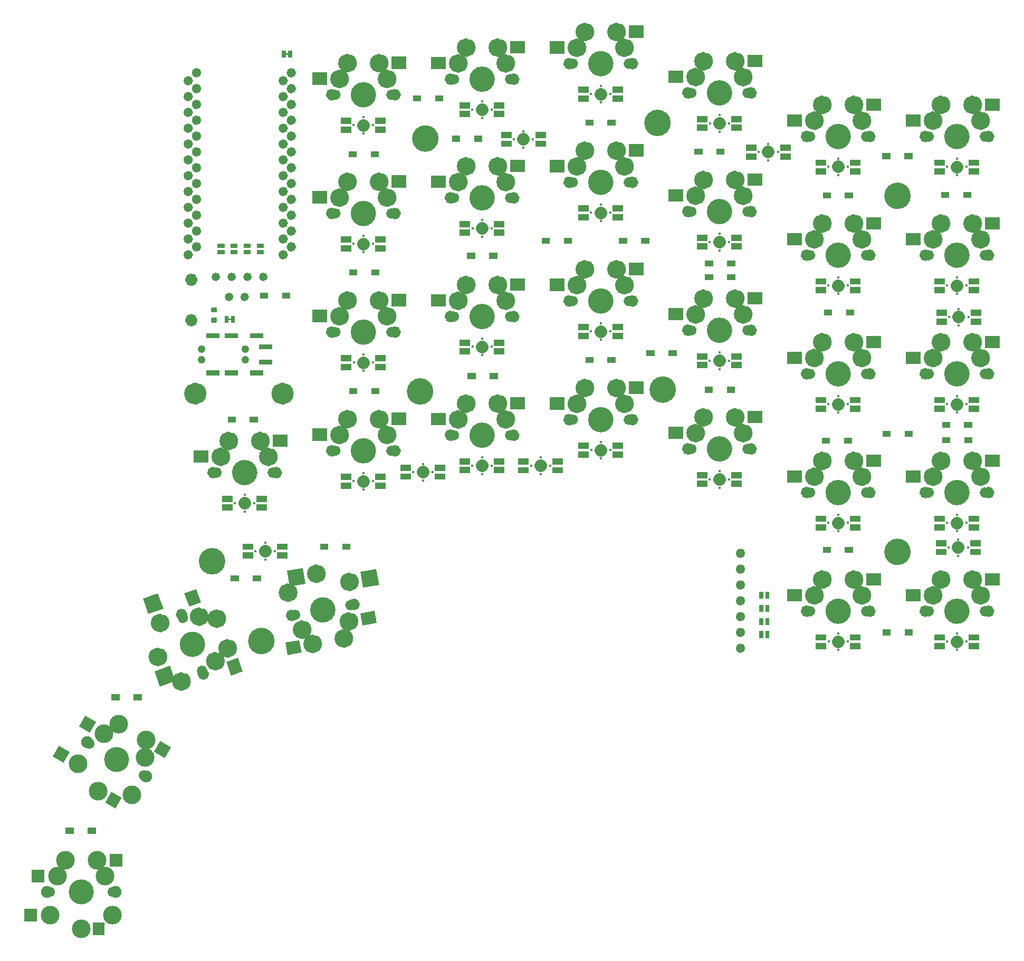
<source format=gbr>
%TF.GenerationSoftware,KiCad,Pcbnew,(6.0.4-0)*%
%TF.CreationDate,2022-08-10T14:40:32+09:00*%
%TF.ProjectId,KB62_R_rev1,4b423632-5f52-45f7-9265-76312e6b6963,rev?*%
%TF.SameCoordinates,Original*%
%TF.FileFunction,Soldermask,Bot*%
%TF.FilePolarity,Negative*%
%FSLAX46Y46*%
G04 Gerber Fmt 4.6, Leading zero omitted, Abs format (unit mm)*
G04 Created by KiCad (PCBNEW (6.0.4-0)) date 2022-08-10 14:40:32*
%MOMM*%
%LPD*%
G01*
G04 APERTURE LIST*
G04 Aperture macros list*
%AMRotRect*
0 Rectangle, with rotation*
0 The origin of the aperture is its center*
0 $1 length*
0 $2 width*
0 $3 Rotation angle, in degrees counterclockwise*
0 Add horizontal line*
21,1,$1,$2,0,0,$3*%
%AMFreePoly0*
4,1,34,0.201078,0.979575,0.387516,0.921863,0.559193,0.829038,0.709571,0.704634,0.832921,0.553392,0.924546,0.381070,0.980955,0.194234,1.000000,0.000000,0.999610,-0.027922,0.975149,-0.221548,0.913545,-0.406737,0.817145,-0.576432,0.689620,-0.724172,0.535827,-0.844328,0.361625,-0.932324,0.173648,-0.984808,-0.020942,-0.999781,-0.214735,-0.976672,-0.400349,-0.916363,-0.570714,-0.821149,
-0.719340,-0.694658,-0.840567,-0.541708,-0.929776,-0.368125,-0.983571,-0.180519,-0.999903,0.013962,-0.978148,0.207912,-0.919135,0.393942,-0.825113,0.564967,-0.699663,0.714473,-0.547563,0.836764,-0.374607,0.927184,-0.187381,0.982287,0.006981,0.999976,0.201078,0.979575,0.201078,0.979575,$1*%
%AMFreePoly1*
4,1,16,0.044650,0.194952,0.124776,0.156304,0.180215,0.086732,0.200000,0.000000,0.199999,-0.000698,0.179912,-0.087360,0.124230,-0.156739,0.043969,-0.195107,-0.044990,-0.194874,-0.125049,-0.156086,-0.180367,-0.086417,-0.200000,0.000349,-0.180064,0.087046,-0.124503,0.156522,-0.044310,0.195030,0.044650,0.194952,0.044650,0.194952,$1*%
G04 Aperture macros list end*
%ADD10C,0.762000*%
%ADD11C,0.000000*%
%ADD12C,0.950000*%
%ADD13C,2.050000*%
%ADD14C,0.850000*%
%ADD15C,2.150000*%
%ADD16C,1.800000*%
%ADD17C,1.500000*%
%ADD18C,0.600000*%
%ADD19C,0.750000*%
%ADD20C,0.698500*%
%ADD21C,1.000000*%
%ADD22FreePoly0,0.000000*%
%ADD23FreePoly1,0.000000*%
%ADD24C,1.700000*%
%ADD25C,3.000000*%
%ADD26C,1.900000*%
%ADD27C,4.000000*%
%ADD28RotRect,2.000000X2.000000X150.000000*%
%ADD29RotRect,1.900000X2.000000X150.000000*%
%ADD30R,2.000000X2.000000*%
%ADD31R,1.900000X2.000000*%
%ADD32C,1.210000*%
%ADD33O,1.800000X0.700000*%
%ADD34R,1.400000X1.000000*%
G04 APERTURE END LIST*
D10*
X90228700Y-66840000D02*
G75*
G03*
X90228700Y-66840000I-381000J0D01*
G01*
D11*
G36*
X154160000Y-52419700D02*
G01*
X152460000Y-52419700D01*
X152460000Y-51419700D01*
X154160000Y-51419700D01*
X154160000Y-52419700D01*
G37*
D12*
X104465000Y-111970000D02*
G75*
G03*
X104465000Y-111970000I-475000J0D01*
G01*
D13*
X214235000Y-96119700D02*
G75*
G03*
X214235000Y-96119700I-1025000J0D01*
G01*
D10*
X91555100Y-65570000D02*
G75*
G03*
X91555100Y-65570000I-381000J0D01*
G01*
D14*
X151985000Y-103470000D02*
G75*
G03*
X151985000Y-103470000I-425000J0D01*
G01*
D11*
G36*
X150210000Y-63789700D02*
G01*
X147910000Y-63789700D01*
X147910000Y-61789700D01*
X150210000Y-61789700D01*
X150210000Y-63789700D01*
G37*
G36*
X178710000Y-112870000D02*
G01*
X177010000Y-112870000D01*
X177010000Y-111870000D01*
X178710000Y-111870000D01*
X178710000Y-112870000D01*
G37*
G36*
X141759000Y-58274700D02*
G01*
X140059000Y-58274700D01*
X140059000Y-57274700D01*
X141759000Y-57274700D01*
X141759000Y-58274700D01*
G37*
G36*
X108033850Y-140834120D02*
G01*
X105768790Y-141233510D01*
X105421500Y-139263900D01*
X107686560Y-138864510D01*
X108033850Y-140834120D01*
G37*
D15*
X128978000Y-58344700D02*
G75*
G03*
X128978000Y-58344700I-1075000J0D01*
G01*
D11*
G36*
X216810000Y-100820000D02*
G01*
X215110000Y-100820000D01*
X215110000Y-99820000D01*
X216810000Y-99820000D01*
X216810000Y-100820000D01*
G37*
G36*
X182127120Y-138540920D02*
G01*
X181492120Y-138540920D01*
X181492120Y-137397920D01*
X182127120Y-137397920D01*
X182127120Y-138540920D01*
G37*
D16*
X91889100Y-99294700D02*
G75*
G03*
X91889100Y-99294700I-900000J0D01*
G01*
D14*
X209135000Y-77069700D02*
G75*
G03*
X209135000Y-77069700I-425000J0D01*
G01*
D12*
X180665000Y-89119700D02*
G75*
G03*
X180665000Y-89119700I-475000J0D01*
G01*
D14*
X218135000Y-134220000D02*
G75*
G03*
X218135000Y-134220000I-425000J0D01*
G01*
D11*
G36*
X159660000Y-70069700D02*
G01*
X157960000Y-70069700D01*
X157960000Y-69069700D01*
X159660000Y-69069700D01*
X159660000Y-70069700D01*
G37*
G36*
X163835000Y-75244700D02*
G01*
X162535000Y-75244700D01*
X162535000Y-74294700D01*
X163835000Y-74294700D01*
X163835000Y-75244700D01*
G37*
D14*
X180035000Y-70069700D02*
G75*
G03*
X180035000Y-70069700I-425000J0D01*
G01*
D11*
G36*
X169260000Y-106590000D02*
G01*
X166960000Y-106590000D01*
X166960000Y-104590000D01*
X169260000Y-104590000D01*
X169260000Y-106590000D01*
G37*
G36*
X169260000Y-68489700D02*
G01*
X166960000Y-68489700D01*
X166960000Y-66489700D01*
X169260000Y-66489700D01*
X169260000Y-68489700D01*
G37*
G36*
X115885000Y-124345000D02*
G01*
X114585000Y-124345000D01*
X114585000Y-123395000D01*
X115885000Y-123395000D01*
X115885000Y-124345000D01*
G37*
D12*
X92744960Y-144307640D02*
G75*
G03*
X92744960Y-144307640I-475000J0D01*
G01*
D17*
X216500000Y-91039700D02*
G75*
G03*
X216500000Y-91039700I-750000J0D01*
G01*
D11*
G36*
X220060000Y-130100000D02*
G01*
X217760000Y-130100000D01*
X217760000Y-128100000D01*
X220060000Y-128100000D01*
X220060000Y-130100000D01*
G37*
D17*
X85738310Y-141551920D02*
G75*
G03*
X85738310Y-141551920I-750000J0D01*
G01*
D14*
X199085000Y-96119700D02*
G75*
G03*
X199085000Y-96119700I-425000J0D01*
G01*
D11*
G36*
X105760000Y-107850000D02*
G01*
X103460000Y-107850000D01*
X103460000Y-105850000D01*
X105760000Y-105850000D01*
X105760000Y-107850000D01*
G37*
D10*
X91555100Y-63030000D02*
G75*
G03*
X91555100Y-63030000I-381000J0D01*
G01*
D14*
X209135000Y-134220000D02*
G75*
G03*
X209135000Y-134220000I-425000J0D01*
G01*
D13*
X118985000Y-51319700D02*
G75*
G03*
X118985000Y-51319700I-1025000J0D01*
G01*
D17*
X121250000Y-65289700D02*
G75*
G03*
X121250000Y-65289700I-750000J0D01*
G01*
D11*
G36*
X168235000Y-93244700D02*
G01*
X166935000Y-93244700D01*
X166935000Y-92294700D01*
X168235000Y-92294700D01*
X168235000Y-93244700D01*
G37*
D14*
X160985000Y-46319700D02*
G75*
G03*
X160985000Y-46319700I-425000J0D01*
G01*
D17*
X173320000Y-103090000D02*
G75*
G03*
X173320000Y-103090000I-750000J0D01*
G01*
D12*
X161615000Y-103470000D02*
G75*
G03*
X161615000Y-103470000I-475000J0D01*
G01*
D17*
X111177480Y-128206630D02*
G75*
G03*
X111177480Y-128206630I-750000J0D01*
G01*
D11*
G36*
X201010000Y-53899700D02*
G01*
X198710000Y-53899700D01*
X198710000Y-51899700D01*
X201010000Y-51899700D01*
X201010000Y-53899700D01*
G37*
G36*
X101981500Y-76887580D02*
G01*
X100838500Y-76887580D01*
X100838500Y-76252580D01*
X101981500Y-76252580D01*
X101981500Y-76887580D01*
G37*
G36*
X112110000Y-87839700D02*
G01*
X109810000Y-87839700D01*
X109810000Y-85839700D01*
X112110000Y-85839700D01*
X112110000Y-87839700D01*
G37*
D10*
X91555100Y-47790000D02*
G75*
G03*
X91555100Y-47790000I-381000J0D01*
G01*
D11*
G36*
X94854100Y-96370000D02*
G01*
X92754100Y-96370000D01*
X92754100Y-95570000D01*
X94854100Y-95570000D01*
X94854100Y-96370000D01*
G37*
D17*
X154270000Y-98390000D02*
G75*
G03*
X154270000Y-98390000I-750000J0D01*
G01*
D13*
X157085000Y-65369700D02*
G75*
G03*
X157085000Y-65369700I-1025000J0D01*
G01*
D11*
G36*
X97854100Y-96370000D02*
G01*
X95754100Y-96370000D01*
X95754100Y-95570000D01*
X97854100Y-95570000D01*
X97854100Y-96370000D01*
G37*
G36*
X141759000Y-59674700D02*
G01*
X140059000Y-59674700D01*
X140059000Y-58674700D01*
X141759000Y-58674700D01*
X141759000Y-59674700D01*
G37*
D10*
X106775100Y-55410000D02*
G75*
G03*
X106775100Y-55410000I-381000J0D01*
G01*
D14*
X190085000Y-77069700D02*
G75*
G03*
X190085000Y-77069700I-425000J0D01*
G01*
D11*
G36*
X97327880Y-87941200D02*
G01*
X96692880Y-87941200D01*
X96692880Y-86798200D01*
X97327880Y-86798200D01*
X97327880Y-87941200D01*
G37*
D12*
X218765000Y-58019700D02*
G75*
G03*
X218765000Y-58019700I-475000J0D01*
G01*
D13*
X118985000Y-89419700D02*
G75*
G03*
X118985000Y-89419700I-1025000J0D01*
G01*
D11*
G36*
X103354100Y-92170000D02*
G01*
X101254100Y-92170000D01*
X101254100Y-91370000D01*
X103354100Y-91370000D01*
X103354100Y-92170000D01*
G37*
D12*
X142565000Y-105970000D02*
G75*
G03*
X142565000Y-105970000I-475000J0D01*
G01*
D11*
G36*
X192865000Y-107305000D02*
G01*
X191565000Y-107305000D01*
X191565000Y-106355000D01*
X192865000Y-106355000D01*
X192865000Y-107305000D01*
G37*
D12*
X151455000Y-103470000D02*
G75*
G03*
X151455000Y-103470000I-475000J0D01*
G01*
D11*
G36*
X197760000Y-119870000D02*
G01*
X196060000Y-119870000D01*
X196060000Y-118870000D01*
X197760000Y-118870000D01*
X197760000Y-119870000D01*
G37*
D17*
X178400000Y-45939700D02*
G75*
G03*
X178400000Y-45939700I-750000J0D01*
G01*
D12*
X170505000Y-70069700D02*
G75*
G03*
X170505000Y-70069700I-475000J0D01*
G01*
X208605000Y-134220000D02*
G75*
G03*
X208605000Y-134220000I-475000J0D01*
G01*
D11*
G36*
X175935000Y-60944700D02*
G01*
X174635000Y-60944700D01*
X174635000Y-59994700D01*
X175935000Y-59994700D01*
X175935000Y-60944700D01*
G37*
D17*
X133950000Y-46279700D02*
G75*
G03*
X133950000Y-46279700I-750000J0D01*
G01*
D11*
G36*
X192260000Y-81769700D02*
G01*
X190560000Y-81769700D01*
X190560000Y-80769700D01*
X192260000Y-80769700D01*
X192260000Y-81769700D01*
G37*
D12*
X170505000Y-89119700D02*
G75*
G03*
X170505000Y-89119700I-475000J0D01*
G01*
D13*
X138035000Y-48819700D02*
G75*
G03*
X138035000Y-48819700I-1025000J0D01*
G01*
D11*
G36*
X116060000Y-95519700D02*
G01*
X114360000Y-95519700D01*
X114360000Y-94519700D01*
X116060000Y-94519700D01*
X116060000Y-95519700D01*
G37*
D14*
X171035000Y-70069700D02*
G75*
G03*
X171035000Y-70069700I-425000J0D01*
G01*
D17*
X210150000Y-55479700D02*
G75*
G03*
X210150000Y-55479700I-750000J0D01*
G01*
X97120000Y-106890000D02*
G75*
G03*
X97120000Y-106890000I-750000J0D01*
G01*
D11*
G36*
X181960000Y-65949700D02*
G01*
X179660000Y-65949700D01*
X179660000Y-63949700D01*
X181960000Y-63949700D01*
X181960000Y-65949700D01*
G37*
G36*
X162910000Y-61249700D02*
G01*
X160610000Y-61249700D01*
X160610000Y-59249700D01*
X162910000Y-59249700D01*
X162910000Y-61249700D01*
G37*
D17*
X178400000Y-64989700D02*
G75*
G03*
X178400000Y-64989700I-750000J0D01*
G01*
D11*
G36*
X143860000Y-101850000D02*
G01*
X141560000Y-101850000D01*
X141560000Y-99850000D01*
X143860000Y-99850000D01*
X143860000Y-101850000D01*
G37*
D17*
X179670000Y-105630000D02*
G75*
G03*
X179670000Y-105630000I-750000J0D01*
G01*
D14*
X199085000Y-58019700D02*
G75*
G03*
X199085000Y-58019700I-425000J0D01*
G01*
D12*
X142565000Y-86919700D02*
G75*
G03*
X142565000Y-86919700I-475000J0D01*
G01*
D11*
G36*
X192260000Y-102220000D02*
G01*
X190560000Y-102220000D01*
X190560000Y-101220000D01*
X192260000Y-101220000D01*
X192260000Y-102220000D01*
G37*
D15*
X94750100Y-126205000D02*
G75*
G03*
X94750100Y-126205000I-1075000J0D01*
G01*
D11*
G36*
X173210000Y-95219700D02*
G01*
X171510000Y-95219700D01*
X171510000Y-94219700D01*
X173210000Y-94219700D01*
X173210000Y-95219700D01*
G37*
D12*
X132405000Y-86919700D02*
G75*
G03*
X132405000Y-86919700I-475000J0D01*
G01*
D11*
G36*
X173210000Y-76169700D02*
G01*
X171510000Y-76169700D01*
X171510000Y-75169700D01*
X173210000Y-75169700D01*
X173210000Y-76169700D01*
G37*
G36*
X105810000Y-125770000D02*
G01*
X104110000Y-125770000D01*
X104110000Y-124770000D01*
X105810000Y-124770000D01*
X105810000Y-125770000D01*
G37*
D10*
X91555100Y-75730000D02*
G75*
G03*
X91555100Y-75730000I-381000J0D01*
G01*
D11*
G36*
X102685000Y-84044700D02*
G01*
X101385000Y-84044700D01*
X101385000Y-83094700D01*
X102685000Y-83094700D01*
X102685000Y-84044700D01*
G37*
G36*
X94319730Y-87097740D02*
G01*
X94353400Y-87106760D01*
X94385000Y-87121490D01*
X94413560Y-87141490D01*
X94438210Y-87166140D01*
X94458210Y-87194700D01*
X94472940Y-87226300D01*
X94481960Y-87259970D01*
X94485000Y-87294700D01*
X94485000Y-87694700D01*
X94481960Y-87729430D01*
X94472940Y-87763100D01*
X94458210Y-87794700D01*
X94438210Y-87823260D01*
X94413560Y-87847910D01*
X94385000Y-87867910D01*
X94353400Y-87882640D01*
X94319730Y-87891660D01*
X94285000Y-87894700D01*
X93735000Y-87894700D01*
X93700270Y-87891660D01*
X93666600Y-87882640D01*
X93635000Y-87867910D01*
X93606440Y-87847910D01*
X93581790Y-87823260D01*
X93561790Y-87794700D01*
X93547060Y-87763100D01*
X93538040Y-87729430D01*
X93535000Y-87694700D01*
X93535000Y-87294700D01*
X93538040Y-87259970D01*
X93547060Y-87226300D01*
X93561790Y-87194700D01*
X93581790Y-87166140D01*
X93606440Y-87141490D01*
X93635000Y-87121490D01*
X93666600Y-87106760D01*
X93700270Y-87097740D01*
X93735000Y-87094700D01*
X94285000Y-87094700D01*
X94319730Y-87097740D01*
G37*
D12*
X199715000Y-134220000D02*
G75*
G03*
X199715000Y-134220000I-475000J0D01*
G01*
D10*
X106775100Y-75730000D02*
G75*
G03*
X106775100Y-75730000I-381000J0D01*
G01*
D11*
G36*
X121560000Y-75069700D02*
G01*
X119860000Y-75069700D01*
X119860000Y-74069700D01*
X121560000Y-74069700D01*
X121560000Y-75069700D01*
G37*
G36*
X211539000Y-123805000D02*
G01*
X209839000Y-123805000D01*
X209839000Y-122805000D01*
X211539000Y-122805000D01*
X211539000Y-123805000D01*
G37*
D12*
X218765000Y-134220000D02*
G75*
G03*
X218765000Y-134220000I-475000J0D01*
G01*
D11*
G36*
X196535000Y-67944700D02*
G01*
X195235000Y-67944700D01*
X195235000Y-66994700D01*
X196535000Y-66994700D01*
X196535000Y-67944700D01*
G37*
D15*
X128142000Y-98944700D02*
G75*
G03*
X128142000Y-98944700I-1075000J0D01*
G01*
D11*
G36*
X121560000Y-76469700D02*
G01*
X119860000Y-76469700D01*
X119860000Y-75469700D01*
X121560000Y-75469700D01*
X121560000Y-76469700D01*
G37*
D14*
X218135000Y-77069700D02*
G75*
G03*
X218135000Y-77069700I-425000J0D01*
G01*
D13*
X176135000Y-108170000D02*
G75*
G03*
X176135000Y-108170000I-1025000J0D01*
G01*
D16*
X105889000Y-99294700D02*
G75*
G03*
X105889000Y-99294700I-900000J0D01*
G01*
D11*
G36*
X120099840Y-136127380D02*
G01*
X117834790Y-136526770D01*
X117487490Y-134557160D01*
X119752550Y-134157760D01*
X120099840Y-136127380D01*
G37*
G36*
X101035000Y-103945000D02*
G01*
X99735000Y-103945000D01*
X99735000Y-102995000D01*
X101035000Y-102995000D01*
X101035000Y-103945000D01*
G37*
D17*
X116395180Y-135856810D02*
G75*
G03*
X116395180Y-135856810I-750000J0D01*
G01*
X173320000Y-45939700D02*
G75*
G03*
X173320000Y-45939700I-750000J0D01*
G01*
D15*
X167078000Y-98644700D02*
G75*
G03*
X167078000Y-98644700I-1075000J0D01*
G01*
D14*
X122885000Y-70369700D02*
G75*
G03*
X122885000Y-70369700I-425000J0D01*
G01*
D11*
G36*
X216810000Y-119870000D02*
G01*
X215110000Y-119870000D01*
X215110000Y-118870000D01*
X216810000Y-118870000D01*
X216810000Y-119870000D01*
G37*
D12*
X180665000Y-108170000D02*
G75*
G03*
X180665000Y-108170000I-475000J0D01*
G01*
D17*
X140300000Y-62789700D02*
G75*
G03*
X140300000Y-62789700I-750000J0D01*
G01*
X211420000Y-91039700D02*
G75*
G03*
X211420000Y-91039700I-750000J0D01*
G01*
D11*
G36*
X94319730Y-85447740D02*
G01*
X94353400Y-85456760D01*
X94385000Y-85471490D01*
X94413560Y-85491490D01*
X94438210Y-85516140D01*
X94458210Y-85544700D01*
X94472940Y-85576300D01*
X94481960Y-85609970D01*
X94485000Y-85644700D01*
X94485000Y-86044700D01*
X94481960Y-86079430D01*
X94472940Y-86113100D01*
X94458210Y-86144700D01*
X94438210Y-86173260D01*
X94413560Y-86197910D01*
X94385000Y-86217910D01*
X94353400Y-86232640D01*
X94319730Y-86241660D01*
X94285000Y-86244700D01*
X93735000Y-86244700D01*
X93700270Y-86241660D01*
X93666600Y-86232640D01*
X93635000Y-86217910D01*
X93606440Y-86197910D01*
X93581790Y-86173260D01*
X93561790Y-86144700D01*
X93547060Y-86113100D01*
X93538040Y-86079430D01*
X93535000Y-86044700D01*
X93535000Y-85644700D01*
X93538040Y-85609970D01*
X93547060Y-85576300D01*
X93561790Y-85544700D01*
X93581790Y-85516140D01*
X93606440Y-85491490D01*
X93635000Y-85471490D01*
X93666600Y-85456760D01*
X93700270Y-85447740D01*
X93735000Y-85444700D01*
X94285000Y-85444700D01*
X94319730Y-85447740D01*
G37*
G36*
X207360000Y-56439700D02*
G01*
X205060000Y-56439700D01*
X205060000Y-54439700D01*
X207360000Y-54439700D01*
X207360000Y-56439700D01*
G37*
G36*
X93060000Y-110390000D02*
G01*
X90760000Y-110390000D01*
X90760000Y-108390000D01*
X93060000Y-108390000D01*
X93060000Y-110390000D01*
G37*
D17*
X95187410Y-135409720D02*
G75*
G03*
X95187410Y-135409720I-750000J0D01*
G01*
X198720000Y-93579700D02*
G75*
G03*
X198720000Y-93579700I-750000J0D01*
G01*
D12*
X208605000Y-58019700D02*
G75*
G03*
X208605000Y-58019700I-475000J0D01*
G01*
D11*
G36*
X120535000Y-80344700D02*
G01*
X119235000Y-80344700D01*
X119235000Y-79394700D01*
X120535000Y-79394700D01*
X120535000Y-80344700D01*
G37*
G36*
X112110000Y-49739700D02*
G01*
X109810000Y-49739700D01*
X109810000Y-47739700D01*
X112110000Y-47739700D01*
X112110000Y-49739700D01*
G37*
D12*
X94305000Y-111970000D02*
G75*
G03*
X94305000Y-111970000I-475000J0D01*
G01*
D11*
G36*
X105527120Y-45341200D02*
G01*
X104892120Y-45341200D01*
X104892120Y-44198200D01*
X105527120Y-44198200D01*
X105527120Y-45341200D01*
G37*
G36*
X97781500Y-75886820D02*
G01*
X96638500Y-75886820D01*
X96638500Y-75251820D01*
X97781500Y-75251820D01*
X97781500Y-75886820D01*
G37*
D13*
X195185000Y-96119700D02*
G75*
G03*
X195185000Y-96119700I-1025000J0D01*
G01*
D17*
X141570000Y-65329700D02*
G75*
G03*
X141570000Y-65329700I-750000J0D01*
G01*
D11*
G36*
X216810000Y-64119700D02*
G01*
X215110000Y-64119700D01*
X215110000Y-63119700D01*
X216810000Y-63119700D01*
X216810000Y-64119700D01*
G37*
G36*
X173210000Y-55719700D02*
G01*
X171510000Y-55719700D01*
X171510000Y-54719700D01*
X173210000Y-54719700D01*
X173210000Y-55719700D01*
G37*
G36*
X121560000Y-94119700D02*
G01*
X119860000Y-94119700D01*
X119860000Y-93119700D01*
X121560000Y-93119700D01*
X121560000Y-94119700D01*
G37*
G36*
X133485000Y-58844700D02*
G01*
X132185000Y-58844700D01*
X132185000Y-57894700D01*
X133485000Y-57894700D01*
X133485000Y-58844700D01*
G37*
D13*
X118985000Y-108470000D02*
G75*
G03*
X118985000Y-108470000I-1025000J0D01*
G01*
D11*
G36*
X211985000Y-67844700D02*
G01*
X210685000Y-67844700D01*
X210685000Y-66894700D01*
X211985000Y-66894700D01*
X211985000Y-67844700D01*
G37*
D18*
X99304100Y-92120000D02*
G75*
G03*
X99304100Y-92120000I-300000J0D01*
G01*
D17*
X121250000Y-46239700D02*
G75*
G03*
X121250000Y-46239700I-750000J0D01*
G01*
D11*
G36*
X183127880Y-138540920D02*
G01*
X182492880Y-138540920D01*
X182492880Y-137397920D01*
X183127880Y-137397920D01*
X183127880Y-138540920D01*
G37*
G36*
X154160000Y-51019700D02*
G01*
X152460000Y-51019700D01*
X152460000Y-50019700D01*
X154160000Y-50019700D01*
X154160000Y-51019700D01*
G37*
D14*
X160985000Y-84419700D02*
G75*
G03*
X160985000Y-84419700I-425000J0D01*
G01*
D19*
X178846000Y-135085000D02*
G75*
G03*
X178846000Y-135085000I-375000J0D01*
G01*
D11*
G36*
X137035000Y-58844700D02*
G01*
X135735000Y-58844700D01*
X135735000Y-57894700D01*
X137035000Y-57894700D01*
X137035000Y-58844700D01*
G37*
D14*
X107445370Y-134798420D02*
G75*
G03*
X107445370Y-134798420I-425000J0D01*
G01*
D11*
G36*
X188310000Y-94539700D02*
G01*
X186010000Y-94539700D01*
X186010000Y-92539700D01*
X188310000Y-92539700D01*
X188310000Y-94539700D01*
G37*
D12*
X180665000Y-70069700D02*
G75*
G03*
X180665000Y-70069700I-475000J0D01*
G01*
D17*
X95850000Y-109430000D02*
G75*
G03*
X95850000Y-109430000I-750000J0D01*
G01*
D20*
X96759250Y-83769700D02*
G75*
G03*
X96759250Y-83769700I-349250J0D01*
G01*
D11*
G36*
X217039000Y-123805000D02*
G01*
X215339000Y-123805000D01*
X215339000Y-122805000D01*
X217039000Y-122805000D01*
X217039000Y-123805000D01*
G37*
G36*
X192985000Y-67944700D02*
G01*
X191685000Y-67944700D01*
X191685000Y-66994700D01*
X192985000Y-66994700D01*
X192985000Y-67944700D01*
G37*
G36*
X159660000Y-52419700D02*
G01*
X157960000Y-52419700D01*
X157960000Y-51419700D01*
X159660000Y-51419700D01*
X159660000Y-52419700D01*
G37*
D14*
X199085000Y-77069700D02*
G75*
G03*
X199085000Y-77069700I-425000J0D01*
G01*
D11*
G36*
X181960000Y-46899700D02*
G01*
X179660000Y-46899700D01*
X179660000Y-44899700D01*
X181960000Y-44899700D01*
X181960000Y-46899700D01*
G37*
G36*
X120489400Y-129986440D02*
G01*
X117928900Y-130437920D01*
X117477410Y-127877420D01*
X120037910Y-127425940D01*
X120489400Y-129986440D01*
G37*
D17*
X217770000Y-131680000D02*
G75*
G03*
X217770000Y-131680000I-750000J0D01*
G01*
D11*
G36*
X183127880Y-134340920D02*
G01*
X182492880Y-134340920D01*
X182492880Y-133197920D01*
X183127880Y-133197920D01*
X183127880Y-134340920D01*
G37*
G36*
X131160000Y-85339700D02*
G01*
X128860000Y-85339700D01*
X128860000Y-83339700D01*
X131160000Y-83339700D01*
X131160000Y-85339700D01*
G37*
D17*
X191100000Y-131680000D02*
G75*
G03*
X191100000Y-131680000I-750000J0D01*
G01*
D11*
G36*
X121560000Y-56019700D02*
G01*
X119860000Y-56019700D01*
X119860000Y-55019700D01*
X121560000Y-55019700D01*
X121560000Y-56019700D01*
G37*
G36*
X164685000Y-93244700D02*
G01*
X163385000Y-93244700D01*
X163385000Y-92294700D01*
X164685000Y-92294700D01*
X164685000Y-93244700D01*
G37*
G36*
X131109000Y-111705000D02*
G01*
X129409000Y-111705000D01*
X129409000Y-110705000D01*
X131109000Y-110705000D01*
X131109000Y-111705000D01*
G37*
D10*
X91555100Y-60490000D02*
G75*
G03*
X91555100Y-60490000I-381000J0D01*
G01*
D17*
X114900000Y-86879700D02*
G75*
G03*
X114900000Y-86879700I-750000J0D01*
G01*
D11*
G36*
X116060000Y-75069700D02*
G01*
X114360000Y-75069700D01*
X114360000Y-74069700D01*
X116060000Y-74069700D01*
X116060000Y-75069700D01*
G37*
D13*
X195185000Y-115170000D02*
G75*
G03*
X195185000Y-115170000I-1025000J0D01*
G01*
D11*
G36*
X174085000Y-81044700D02*
G01*
X172785000Y-81044700D01*
X172785000Y-80094700D01*
X174085000Y-80094700D01*
X174085000Y-81044700D01*
G37*
G36*
X202585000Y-106245000D02*
G01*
X201285000Y-106245000D01*
X201285000Y-105295000D01*
X202585000Y-105295000D01*
X202585000Y-106245000D01*
G37*
D17*
X197450000Y-71989700D02*
G75*
G03*
X197450000Y-71989700I-750000J0D01*
G01*
D10*
X91555100Y-50330000D02*
G75*
G03*
X91555100Y-50330000I-381000J0D01*
G01*
X105468700Y-59220000D02*
G75*
G03*
X105468700Y-59220000I-381000J0D01*
G01*
D12*
X132405000Y-48819700D02*
G75*
G03*
X132405000Y-48819700I-475000J0D01*
G01*
D11*
G36*
X124810000Y-66249700D02*
G01*
X122510000Y-66249700D01*
X122510000Y-64249700D01*
X124810000Y-64249700D01*
X124810000Y-66249700D01*
G37*
D12*
X151455000Y-84419700D02*
G75*
G03*
X151455000Y-84419700I-475000J0D01*
G01*
D11*
G36*
X154160000Y-90519700D02*
G01*
X152460000Y-90519700D01*
X152460000Y-89519700D01*
X154160000Y-89519700D01*
X154160000Y-90519700D01*
G37*
D17*
X153000000Y-62829700D02*
G75*
G03*
X153000000Y-62829700I-750000J0D01*
G01*
D11*
G36*
X188310000Y-56439700D02*
G01*
X186010000Y-56439700D01*
X186010000Y-54439700D01*
X188310000Y-54439700D01*
X188310000Y-56439700D01*
G37*
D17*
X85738310Y-141551920D02*
G75*
G03*
X85738310Y-141551920I-750000J0D01*
G01*
D10*
X105468700Y-54140000D02*
G75*
G03*
X105468700Y-54140000I-381000J0D01*
G01*
D13*
X138035000Y-86919700D02*
G75*
G03*
X138035000Y-86919700I-1025000J0D01*
G01*
D17*
X172050000Y-67529700D02*
G75*
G03*
X172050000Y-67529700I-750000J0D01*
G01*
X178400000Y-103090000D02*
G75*
G03*
X178400000Y-103090000I-750000J0D01*
G01*
D11*
G36*
X197760000Y-100820000D02*
G01*
X196060000Y-100820000D01*
X196060000Y-99820000D01*
X197760000Y-99820000D01*
X197760000Y-100820000D01*
G37*
D17*
X133950000Y-103430000D02*
G75*
G03*
X133950000Y-103430000I-750000J0D01*
G01*
D11*
G36*
X206135000Y-106245000D02*
G01*
X204835000Y-106245000D01*
X204835000Y-105295000D01*
X206135000Y-105295000D01*
X206135000Y-106245000D01*
G37*
G36*
X135110000Y-93019700D02*
G01*
X133410000Y-93019700D01*
X133410000Y-92019700D01*
X135110000Y-92019700D01*
X135110000Y-93019700D01*
G37*
D12*
X218765000Y-115170000D02*
G75*
G03*
X218765000Y-115170000I-475000J0D01*
G01*
D17*
X211420000Y-71989700D02*
G75*
G03*
X211420000Y-71989700I-750000J0D01*
G01*
D11*
G36*
X216810000Y-62719700D02*
G01*
X215110000Y-62719700D01*
X215110000Y-61719700D01*
X216810000Y-61719700D01*
X216810000Y-62719700D01*
G37*
G36*
X193185000Y-86744700D02*
G01*
X191885000Y-86744700D01*
X191885000Y-85794700D01*
X193185000Y-85794700D01*
X193185000Y-86744700D01*
G37*
D12*
X106924180Y-134899130D02*
G75*
G03*
X106924180Y-134899130I-475000J0D01*
G01*
D17*
X159350000Y-60289700D02*
G75*
G03*
X159350000Y-60289700I-750000J0D01*
G01*
D11*
G36*
X147259000Y-58274700D02*
G01*
X145559000Y-58274700D01*
X145559000Y-57274700D01*
X147259000Y-57274700D01*
X147259000Y-58274700D01*
G37*
G36*
X121560000Y-113170000D02*
G01*
X119860000Y-113170000D01*
X119860000Y-112170000D01*
X121560000Y-112170000D01*
X121560000Y-113170000D01*
G37*
G36*
X140610000Y-54919700D02*
G01*
X138910000Y-54919700D01*
X138910000Y-53919700D01*
X140610000Y-53919700D01*
X140610000Y-54919700D01*
G37*
G36*
X121560000Y-57419700D02*
G01*
X119860000Y-57419700D01*
X119860000Y-56419700D01*
X121560000Y-56419700D01*
X121560000Y-57419700D01*
G37*
G36*
X143860000Y-82799700D02*
G01*
X141560000Y-82799700D01*
X141560000Y-80799700D01*
X143860000Y-80799700D01*
X143860000Y-82799700D01*
G37*
D17*
X160620000Y-100930000D02*
G75*
G03*
X160620000Y-100930000I-750000J0D01*
G01*
D11*
G36*
X150010000Y-112090000D02*
G01*
X148310000Y-112090000D01*
X148310000Y-111090000D01*
X150010000Y-111090000D01*
X150010000Y-112090000D01*
G37*
G36*
X120435000Y-61344700D02*
G01*
X119135000Y-61344700D01*
X119135000Y-60394700D01*
X120435000Y-60394700D01*
X120435000Y-61344700D01*
G37*
G36*
X131160000Y-47239700D02*
G01*
X128860000Y-47239700D01*
X128860000Y-45239700D01*
X131160000Y-45239700D01*
X131160000Y-47239700D01*
G37*
D10*
X90228700Y-71920000D02*
G75*
G03*
X90228700Y-71920000I-381000J0D01*
G01*
D11*
G36*
X112110000Y-106890000D02*
G01*
X109810000Y-106890000D01*
X109810000Y-104890000D01*
X112110000Y-104890000D01*
X112110000Y-106890000D01*
G37*
G36*
X140610000Y-93019700D02*
G01*
X138910000Y-93019700D01*
X138910000Y-92019700D01*
X140610000Y-92019700D01*
X140610000Y-93019700D01*
G37*
D12*
X161615000Y-84419700D02*
G75*
G03*
X161615000Y-84419700I-475000J0D01*
G01*
D11*
G36*
X140610000Y-73969700D02*
G01*
X138910000Y-73969700D01*
X138910000Y-72969700D01*
X140610000Y-72969700D01*
X140610000Y-73969700D01*
G37*
D17*
X160620000Y-43779700D02*
G75*
G03*
X160620000Y-43779700I-750000J0D01*
G01*
X116483540Y-129504970D02*
G75*
G03*
X116483540Y-129504970I-750000J0D01*
G01*
D12*
X123515000Y-89419700D02*
G75*
G03*
X123515000Y-89419700I-475000J0D01*
G01*
D17*
X159350000Y-41239700D02*
G75*
G03*
X159350000Y-41239700I-750000J0D01*
G01*
D10*
X106775100Y-65570000D02*
G75*
G03*
X106775100Y-65570000I-381000J0D01*
G01*
D21*
X90845000Y-81014700D02*
G75*
G03*
X90845000Y-81014700I-500000J0D01*
G01*
D11*
G36*
X125609000Y-113105000D02*
G01*
X123909000Y-113105000D01*
X123909000Y-112105000D01*
X125609000Y-112105000D01*
X125609000Y-113105000D01*
G37*
G36*
X102510000Y-116670000D02*
G01*
X100810000Y-116670000D01*
X100810000Y-115670000D01*
X102510000Y-115670000D01*
X102510000Y-116670000D01*
G37*
G36*
X173210000Y-112870000D02*
G01*
X171510000Y-112870000D01*
X171510000Y-111870000D01*
X173210000Y-111870000D01*
X173210000Y-112870000D01*
G37*
D14*
X190085000Y-58019700D02*
G75*
G03*
X190085000Y-58019700I-425000J0D01*
G01*
D11*
G36*
X139455000Y-77644700D02*
G01*
X138155000Y-77644700D01*
X138155000Y-76694700D01*
X139455000Y-76694700D01*
X139455000Y-77644700D01*
G37*
D12*
X123515000Y-51319700D02*
G75*
G03*
X123515000Y-51319700I-475000J0D01*
G01*
D10*
X105468700Y-77000000D02*
G75*
G03*
X105468700Y-77000000I-381000J0D01*
G01*
D11*
G36*
X159660000Y-89119700D02*
G01*
X157960000Y-89119700D01*
X157960000Y-88119700D01*
X159660000Y-88119700D01*
X159660000Y-89119700D01*
G37*
D17*
X106635460Y-131241450D02*
G75*
G03*
X106635460Y-131241450I-750000J0D01*
G01*
X114900000Y-48779700D02*
G75*
G03*
X114900000Y-48779700I-750000J0D01*
G01*
D11*
G36*
X202575000Y-138105000D02*
G01*
X201275000Y-138105000D01*
X201275000Y-137155000D01*
X202575000Y-137155000D01*
X202575000Y-138105000D01*
G37*
D17*
X210150000Y-93579700D02*
G75*
G03*
X210150000Y-93579700I-750000J0D01*
G01*
X197450000Y-52939700D02*
G75*
G03*
X197450000Y-52939700I-750000J0D01*
G01*
D11*
G36*
X211310000Y-119870000D02*
G01*
X209610000Y-119870000D01*
X209610000Y-118870000D01*
X211310000Y-118870000D01*
X211310000Y-119870000D01*
G37*
G36*
X135110000Y-73969700D02*
G01*
X133410000Y-73969700D01*
X133410000Y-72969700D01*
X135110000Y-72969700D01*
X135110000Y-73969700D01*
G37*
G36*
X183127880Y-132240920D02*
G01*
X182492880Y-132240920D01*
X182492880Y-131097920D01*
X183127880Y-131097920D01*
X183127880Y-132240920D01*
G37*
G36*
X211310000Y-140320000D02*
G01*
X209610000Y-140320000D01*
X209610000Y-139320000D01*
X211310000Y-139320000D01*
X211310000Y-140320000D01*
G37*
D14*
X132935000Y-48819700D02*
G75*
G03*
X132935000Y-48819700I-425000J0D01*
G01*
D17*
X116170000Y-46239700D02*
G75*
G03*
X116170000Y-46239700I-750000J0D01*
G01*
X210150000Y-131680000D02*
G75*
G03*
X210150000Y-131680000I-750000J0D01*
G01*
D13*
X99935000Y-111970000D02*
G75*
G03*
X99935000Y-111970000I-1025000J0D01*
G01*
X214235000Y-77069700D02*
G75*
G03*
X214235000Y-77069700I-1025000J0D01*
G01*
X112477000Y-134017000D02*
G75*
G03*
X112477000Y-134017000I-1025000J0D01*
G01*
D11*
G36*
X173210000Y-114270000D02*
G01*
X171510000Y-114270000D01*
X171510000Y-113270000D01*
X173210000Y-113270000D01*
X173210000Y-114270000D01*
G37*
D14*
X141935000Y-105970000D02*
G75*
G03*
X141935000Y-105970000I-425000J0D01*
G01*
D10*
X105468700Y-69380000D02*
G75*
G03*
X105468700Y-69380000I-381000J0D01*
G01*
D11*
G36*
X212125000Y-104765000D02*
G01*
X210825000Y-104765000D01*
X210825000Y-103815000D01*
X212125000Y-103815000D01*
X212125000Y-104765000D01*
G37*
D17*
X89515740Y-145497940D02*
G75*
G03*
X89515740Y-145497940I-750000J0D01*
G01*
X140300000Y-81839700D02*
G75*
G03*
X140300000Y-81839700I-750000J0D01*
G01*
D18*
X99304100Y-93870000D02*
G75*
G03*
X99304100Y-93870000I-300000J0D01*
G01*
D11*
G36*
X197760000Y-81769700D02*
G01*
X196060000Y-81769700D01*
X196060000Y-80769700D01*
X197760000Y-80769700D01*
X197760000Y-81769700D01*
G37*
D17*
X122520000Y-67829700D02*
G75*
G03*
X122520000Y-67829700I-750000J0D01*
G01*
X172050000Y-86579700D02*
G75*
G03*
X172050000Y-86579700I-750000J0D01*
G01*
D11*
G36*
X220060000Y-53899700D02*
G01*
X217760000Y-53899700D01*
X217760000Y-51899700D01*
X220060000Y-51899700D01*
X220060000Y-53899700D01*
G37*
G36*
X211619000Y-86844700D02*
G01*
X209919000Y-86844700D01*
X209919000Y-85844700D01*
X211619000Y-85844700D01*
X211619000Y-86844700D01*
G37*
G36*
X144510000Y-110690000D02*
G01*
X142810000Y-110690000D01*
X142810000Y-109690000D01*
X144510000Y-109690000D01*
X144510000Y-110690000D01*
G37*
G36*
X159660000Y-108170000D02*
G01*
X157960000Y-108170000D01*
X157960000Y-107170000D01*
X159660000Y-107170000D01*
X159660000Y-108170000D01*
G37*
G36*
X150010000Y-110690000D02*
G01*
X148310000Y-110690000D01*
X148310000Y-109690000D01*
X150010000Y-109690000D01*
X150010000Y-110690000D01*
G37*
D14*
X94835000Y-111970000D02*
G75*
G03*
X94835000Y-111970000I-425000J0D01*
G01*
D11*
G36*
X217119000Y-86844700D02*
G01*
X215419000Y-86844700D01*
X215419000Y-85844700D01*
X217119000Y-85844700D01*
X217119000Y-86844700D01*
G37*
D13*
X176135000Y-51019700D02*
G75*
G03*
X176135000Y-51019700I-1025000J0D01*
G01*
D11*
G36*
X216810000Y-81769700D02*
G01*
X215110000Y-81769700D01*
X215110000Y-80769700D01*
X216810000Y-80769700D01*
X216810000Y-81769700D01*
G37*
G36*
X97010000Y-118070000D02*
G01*
X95310000Y-118070000D01*
X95310000Y-117070000D01*
X97010000Y-117070000D01*
X97010000Y-118070000D01*
G37*
G36*
X178710000Y-93819700D02*
G01*
X177010000Y-93819700D01*
X177010000Y-92819700D01*
X178710000Y-92819700D01*
X178710000Y-93819700D01*
G37*
D17*
X135220000Y-43739700D02*
G75*
G03*
X135220000Y-43739700I-750000J0D01*
G01*
D14*
X141935000Y-48819700D02*
G75*
G03*
X141935000Y-48819700I-425000J0D01*
G01*
D11*
G36*
X216810000Y-102220000D02*
G01*
X215110000Y-102220000D01*
X215110000Y-101220000D01*
X216810000Y-101220000D01*
X216810000Y-102220000D01*
G37*
G36*
X207360000Y-75489700D02*
G01*
X205060000Y-75489700D01*
X205060000Y-73489700D01*
X207360000Y-73489700D01*
X207360000Y-75489700D01*
G37*
D12*
X142565000Y-48819700D02*
G75*
G03*
X142565000Y-48819700I-475000J0D01*
G01*
D11*
G36*
X181960000Y-84999700D02*
G01*
X179660000Y-84999700D01*
X179660000Y-82999700D01*
X181960000Y-82999700D01*
X181960000Y-84999700D01*
G37*
D10*
X90228700Y-69380000D02*
G75*
G03*
X90228700Y-69380000I-381000J0D01*
G01*
D11*
G36*
X192260000Y-64119700D02*
G01*
X190560000Y-64119700D01*
X190560000Y-63119700D01*
X192260000Y-63119700D01*
X192260000Y-64119700D01*
G37*
G36*
X192260000Y-121270000D02*
G01*
X190560000Y-121270000D01*
X190560000Y-120270000D01*
X192260000Y-120270000D01*
X192260000Y-121270000D01*
G37*
D14*
X171035000Y-89119700D02*
G75*
G03*
X171035000Y-89119700I-425000J0D01*
G01*
D11*
G36*
X197760000Y-83169700D02*
G01*
X196060000Y-83169700D01*
X196060000Y-82169700D01*
X197760000Y-82169700D01*
X197760000Y-83169700D01*
G37*
G36*
X186549000Y-60334700D02*
G01*
X184849000Y-60334700D01*
X184849000Y-59334700D01*
X186549000Y-59334700D01*
X186549000Y-60334700D01*
G37*
D17*
X216500000Y-110090000D02*
G75*
G03*
X216500000Y-110090000I-750000J0D01*
G01*
D11*
G36*
X188310000Y-113590000D02*
G01*
X186010000Y-113590000D01*
X186010000Y-111590000D01*
X188310000Y-111590000D01*
X188310000Y-113590000D01*
G37*
D19*
X178846000Y-124925000D02*
G75*
G03*
X178846000Y-124925000I-375000J0D01*
G01*
D11*
G36*
X135905000Y-77644700D02*
G01*
X134605000Y-77644700D01*
X134605000Y-76694700D01*
X135905000Y-76694700D01*
X135905000Y-77644700D01*
G37*
D14*
X180035000Y-108170000D02*
G75*
G03*
X180035000Y-108170000I-425000J0D01*
G01*
D17*
X198720000Y-112630000D02*
G75*
G03*
X198720000Y-112630000I-750000J0D01*
G01*
D14*
X218135000Y-115170000D02*
G75*
G03*
X218135000Y-115170000I-425000J0D01*
G01*
X113885000Y-70369700D02*
G75*
G03*
X113885000Y-70369700I-425000J0D01*
G01*
D12*
X208605000Y-96119700D02*
G75*
G03*
X208605000Y-96119700I-475000J0D01*
G01*
D17*
X197450000Y-129140000D02*
G75*
G03*
X197450000Y-129140000I-750000J0D01*
G01*
D12*
X123515000Y-70369700D02*
G75*
G03*
X123515000Y-70369700I-475000J0D01*
G01*
D18*
X92304100Y-92120000D02*
G75*
G03*
X92304100Y-92120000I-300000J0D01*
G01*
D12*
X142565000Y-67869700D02*
G75*
G03*
X142565000Y-67869700I-475000J0D01*
G01*
D14*
X132935000Y-86919700D02*
G75*
G03*
X132935000Y-86919700I-425000J0D01*
G01*
D17*
X191100000Y-74529700D02*
G75*
G03*
X191100000Y-74529700I-750000J0D01*
G01*
X159350000Y-98390000D02*
G75*
G03*
X159350000Y-98390000I-750000J0D01*
G01*
D11*
G36*
X112110000Y-68789700D02*
G01*
X109810000Y-68789700D01*
X109810000Y-66789700D01*
X112110000Y-66789700D01*
X112110000Y-68789700D01*
G37*
D17*
X154270000Y-41239700D02*
G75*
G03*
X154270000Y-41239700I-750000J0D01*
G01*
D11*
G36*
X197760000Y-62719700D02*
G01*
X196060000Y-62719700D01*
X196060000Y-61719700D01*
X197760000Y-61719700D01*
X197760000Y-62719700D01*
G37*
D12*
X208605000Y-115170000D02*
G75*
G03*
X208605000Y-115170000I-475000J0D01*
G01*
D11*
G36*
X105900500Y-44894700D02*
G01*
X105519500Y-44894700D01*
X105519500Y-44644700D01*
X105900500Y-44644700D01*
X105900500Y-44894700D01*
G37*
D13*
X195185000Y-58019700D02*
G75*
G03*
X195185000Y-58019700I-1025000J0D01*
G01*
D14*
X141935000Y-86919700D02*
G75*
G03*
X141935000Y-86919700I-425000J0D01*
G01*
D10*
X106775100Y-57950000D02*
G75*
G03*
X106775100Y-57950000I-381000J0D01*
G01*
D11*
G36*
X116060000Y-94119700D02*
G01*
X114360000Y-94119700D01*
X114360000Y-93119700D01*
X116060000Y-93119700D01*
X116060000Y-94119700D01*
G37*
D20*
X99713350Y-80540000D02*
G75*
G03*
X99713350Y-80540000I-349250J0D01*
G01*
D13*
X176135000Y-70069700D02*
G75*
G03*
X176135000Y-70069700I-1025000J0D01*
G01*
D11*
G36*
X211310000Y-100820000D02*
G01*
X209610000Y-100820000D01*
X209610000Y-99820000D01*
X211310000Y-99820000D01*
X211310000Y-100820000D01*
G37*
D14*
X218135000Y-96119700D02*
G75*
G03*
X218135000Y-96119700I-425000J0D01*
G01*
D17*
X173320000Y-84039700D02*
G75*
G03*
X173320000Y-84039700I-750000J0D01*
G01*
D11*
G36*
X97485000Y-103945000D02*
G01*
X96185000Y-103945000D01*
X96185000Y-102995000D01*
X97485000Y-102995000D01*
X97485000Y-103945000D01*
G37*
D12*
X189555000Y-77069700D02*
G75*
G03*
X189555000Y-77069700I-475000J0D01*
G01*
D14*
X180035000Y-89119700D02*
G75*
G03*
X180035000Y-89119700I-425000J0D01*
G01*
D11*
G36*
X124810000Y-47199700D02*
G01*
X122510000Y-47199700D01*
X122510000Y-45199700D01*
X124810000Y-45199700D01*
X124810000Y-47199700D01*
G37*
G36*
X140610000Y-112070000D02*
G01*
X138910000Y-112070000D01*
X138910000Y-111070000D01*
X140610000Y-111070000D01*
X140610000Y-112070000D01*
G37*
D17*
X178400000Y-84039700D02*
G75*
G03*
X178400000Y-84039700I-750000J0D01*
G01*
D10*
X105468700Y-74460000D02*
G75*
G03*
X105468700Y-74460000I-381000J0D01*
G01*
D11*
G36*
X135110000Y-54919700D02*
G01*
X133410000Y-54919700D01*
X133410000Y-53919700D01*
X135110000Y-53919700D01*
X135110000Y-54919700D01*
G37*
G36*
X197760000Y-64119700D02*
G01*
X196060000Y-64119700D01*
X196060000Y-63119700D01*
X197760000Y-63119700D01*
X197760000Y-64119700D01*
G37*
D10*
X106775100Y-50330000D02*
G75*
G03*
X106775100Y-50330000I-381000J0D01*
G01*
D11*
G36*
X135110000Y-53519700D02*
G01*
X133410000Y-53519700D01*
X133410000Y-52519700D01*
X135110000Y-52519700D01*
X135110000Y-53519700D01*
G37*
D17*
X192370000Y-52939700D02*
G75*
G03*
X192370000Y-52939700I-750000J0D01*
G01*
X140300000Y-43739700D02*
G75*
G03*
X140300000Y-43739700I-750000J0D01*
G01*
D11*
G36*
X140610000Y-72569700D02*
G01*
X138910000Y-72569700D01*
X138910000Y-71569700D01*
X140610000Y-71569700D01*
X140610000Y-72569700D01*
G37*
G36*
X196535000Y-124845000D02*
G01*
X195235000Y-124845000D01*
X195235000Y-123895000D01*
X196535000Y-123895000D01*
X196535000Y-124845000D01*
G37*
G36*
X211619000Y-88244700D02*
G01*
X209919000Y-88244700D01*
X209919000Y-87244700D01*
X211619000Y-87244700D01*
X211619000Y-88244700D01*
G37*
D17*
X92366220Y-135085040D02*
G75*
G03*
X92366220Y-135085040I-750000J0D01*
G01*
D11*
G36*
X192260000Y-119870000D02*
G01*
X190560000Y-119870000D01*
X190560000Y-118870000D01*
X192260000Y-118870000D01*
X192260000Y-119870000D01*
G37*
D12*
X161615000Y-65369700D02*
G75*
G03*
X161615000Y-65369700I-475000J0D01*
G01*
D17*
X141570000Y-46279700D02*
G75*
G03*
X141570000Y-46279700I-750000J0D01*
G01*
D14*
X199085000Y-134220000D02*
G75*
G03*
X199085000Y-134220000I-425000J0D01*
G01*
X141935000Y-67869700D02*
G75*
G03*
X141935000Y-67869700I-425000J0D01*
G01*
D10*
X106775100Y-73190000D02*
G75*
G03*
X106775100Y-73190000I-381000J0D01*
G01*
D12*
X132405000Y-67869700D02*
G75*
G03*
X132405000Y-67869700I-475000J0D01*
G01*
D14*
X218135000Y-58019700D02*
G75*
G03*
X218135000Y-58019700I-425000J0D01*
G01*
D10*
X91555100Y-68110000D02*
G75*
G03*
X91555100Y-68110000I-381000J0D01*
G01*
D12*
X189555000Y-115170000D02*
G75*
G03*
X189555000Y-115170000I-475000J0D01*
G01*
D11*
G36*
X131160000Y-104390000D02*
G01*
X128860000Y-104390000D01*
X128860000Y-102390000D01*
X131160000Y-102390000D01*
X131160000Y-104390000D01*
G37*
D12*
X151455000Y-65369700D02*
G75*
G03*
X151455000Y-65369700I-475000J0D01*
G01*
X170505000Y-108170000D02*
G75*
G03*
X170505000Y-108170000I-475000J0D01*
G01*
D17*
X197450000Y-110090000D02*
G75*
G03*
X197450000Y-110090000I-750000J0D01*
G01*
D11*
G36*
X216810000Y-83169700D02*
G01*
X215110000Y-83169700D01*
X215110000Y-82169700D01*
X216810000Y-82169700D01*
X216810000Y-83169700D01*
G37*
D17*
X159350000Y-79339700D02*
G75*
G03*
X159350000Y-79339700I-750000J0D01*
G01*
D11*
G36*
X201010000Y-72949700D02*
G01*
X198710000Y-72949700D01*
X198710000Y-70949700D01*
X201010000Y-70949700D01*
X201010000Y-72949700D01*
G37*
D17*
X122520000Y-105930000D02*
G75*
G03*
X122520000Y-105930000I-750000J0D01*
G01*
D11*
G36*
X186549000Y-61734700D02*
G01*
X184849000Y-61734700D01*
X184849000Y-60734700D01*
X186549000Y-60734700D01*
X186549000Y-61734700D01*
G37*
G36*
X135110000Y-110670000D02*
G01*
X133410000Y-110670000D01*
X133410000Y-109670000D01*
X135110000Y-109670000D01*
X135110000Y-110670000D01*
G37*
D17*
X122520000Y-48779700D02*
G75*
G03*
X122520000Y-48779700I-750000J0D01*
G01*
D14*
X160985000Y-65369700D02*
G75*
G03*
X160985000Y-65369700I-425000J0D01*
G01*
D11*
G36*
X95681500Y-75886820D02*
G01*
X94538500Y-75886820D01*
X94538500Y-75251820D01*
X95681500Y-75251820D01*
X95681500Y-75886820D01*
G37*
D17*
X141570000Y-84379700D02*
G75*
G03*
X141570000Y-84379700I-750000J0D01*
G01*
D14*
X209135000Y-115170000D02*
G75*
G03*
X209135000Y-115170000I-425000J0D01*
G01*
D11*
G36*
X125609000Y-111705000D02*
G01*
X123909000Y-111705000D01*
X123909000Y-110705000D01*
X125609000Y-110705000D01*
X125609000Y-111705000D01*
G37*
G36*
X97965000Y-129395000D02*
G01*
X96665000Y-129395000D01*
X96665000Y-128445000D01*
X97965000Y-128445000D01*
X97965000Y-129395000D01*
G37*
D17*
X191100000Y-93579700D02*
G75*
G03*
X191100000Y-93579700I-750000J0D01*
G01*
X116170000Y-84339700D02*
G75*
G03*
X116170000Y-84339700I-750000J0D01*
G01*
X102200000Y-106890000D02*
G75*
G03*
X102200000Y-106890000I-750000J0D01*
G01*
D11*
G36*
X103354100Y-94620000D02*
G01*
X101254100Y-94620000D01*
X101254100Y-93820000D01*
X103354100Y-93820000D01*
X103354100Y-94620000D01*
G37*
D14*
X209135000Y-96119700D02*
G75*
G03*
X209135000Y-96119700I-425000J0D01*
G01*
D12*
X113355000Y-108470000D02*
G75*
G03*
X113355000Y-108470000I-475000J0D01*
G01*
D10*
X105468700Y-64300000D02*
G75*
G03*
X105468700Y-64300000I-381000J0D01*
G01*
D11*
G36*
X135110000Y-112070000D02*
G01*
X133410000Y-112070000D01*
X133410000Y-111070000D01*
X135110000Y-111070000D01*
X135110000Y-112070000D01*
G37*
D17*
X160620000Y-62829700D02*
G75*
G03*
X160620000Y-62829700I-750000J0D01*
G01*
X140300000Y-100890000D02*
G75*
G03*
X140300000Y-100890000I-750000J0D01*
G01*
D11*
G36*
X192260000Y-62719700D02*
G01*
X190560000Y-62719700D01*
X190560000Y-61719700D01*
X192260000Y-61719700D01*
X192260000Y-62719700D01*
G37*
D17*
X216500000Y-52939700D02*
G75*
G03*
X216500000Y-52939700I-750000J0D01*
G01*
D14*
X132935000Y-105970000D02*
G75*
G03*
X132935000Y-105970000I-425000J0D01*
G01*
D17*
X191100000Y-112630000D02*
G75*
G03*
X191100000Y-112630000I-750000J0D01*
G01*
D11*
G36*
X147885000Y-75244700D02*
G01*
X146585000Y-75244700D01*
X146585000Y-74294700D01*
X147885000Y-74294700D01*
X147885000Y-75244700D01*
G37*
G36*
X162910000Y-42199700D02*
G01*
X160610000Y-42199700D01*
X160610000Y-40199700D01*
X162910000Y-40199700D01*
X162910000Y-42199700D01*
G37*
G36*
X97854100Y-90420000D02*
G01*
X95754100Y-90420000D01*
X95754100Y-89620000D01*
X97854100Y-89620000D01*
X97854100Y-90420000D01*
G37*
D19*
X178846000Y-127465000D02*
G75*
G03*
X178846000Y-127465000I-375000J0D01*
G01*
D11*
G36*
X159660000Y-71469700D02*
G01*
X157960000Y-71469700D01*
X157960000Y-70469700D01*
X159660000Y-70469700D01*
X159660000Y-71469700D01*
G37*
G36*
X154160000Y-109570000D02*
G01*
X152460000Y-109570000D01*
X152460000Y-108570000D01*
X154160000Y-108570000D01*
X154160000Y-109570000D01*
G37*
D14*
X160985000Y-103470000D02*
G75*
G03*
X160985000Y-103470000I-425000J0D01*
G01*
D19*
X178846000Y-137625000D02*
G75*
G03*
X178846000Y-137625000I-375000J0D01*
G01*
D11*
G36*
X220060000Y-111050000D02*
G01*
X217760000Y-111050000D01*
X217760000Y-109050000D01*
X220060000Y-109050000D01*
X220060000Y-111050000D01*
G37*
G36*
X197760000Y-138920000D02*
G01*
X196060000Y-138920000D01*
X196060000Y-137920000D01*
X197760000Y-137920000D01*
X197760000Y-138920000D01*
G37*
G36*
X159660000Y-109570000D02*
G01*
X157960000Y-109570000D01*
X157960000Y-108570000D01*
X159660000Y-108570000D01*
X159660000Y-109570000D01*
G37*
D17*
X173320000Y-64989700D02*
G75*
G03*
X173320000Y-64989700I-750000J0D01*
G01*
D11*
G36*
X116060000Y-56019700D02*
G01*
X114360000Y-56019700D01*
X114360000Y-55019700D01*
X116060000Y-55019700D01*
X116060000Y-56019700D01*
G37*
G36*
X169260000Y-87539700D02*
G01*
X166960000Y-87539700D01*
X166960000Y-85539700D01*
X169260000Y-85539700D01*
X169260000Y-87539700D01*
G37*
D12*
X189555000Y-96119700D02*
G75*
G03*
X189555000Y-96119700I-475000J0D01*
G01*
D11*
G36*
X158435000Y-56244700D02*
G01*
X157135000Y-56244700D01*
X157135000Y-55294700D01*
X158435000Y-55294700D01*
X158435000Y-56244700D01*
G37*
G36*
X215535000Y-67844700D02*
G01*
X214235000Y-67844700D01*
X214235000Y-66894700D01*
X215535000Y-66894700D01*
X215535000Y-67844700D01*
G37*
G36*
X177585000Y-99144700D02*
G01*
X176285000Y-99144700D01*
X176285000Y-98194700D01*
X177585000Y-98194700D01*
X177585000Y-99144700D01*
G37*
D12*
X113355000Y-70369700D02*
G75*
G03*
X113355000Y-70369700I-475000J0D01*
G01*
D11*
G36*
X207360000Y-94539700D02*
G01*
X205060000Y-94539700D01*
X205060000Y-92539700D01*
X207360000Y-92539700D01*
X207360000Y-94539700D01*
G37*
G36*
X173210000Y-57119700D02*
G01*
X171510000Y-57119700D01*
X171510000Y-56119700D01*
X173210000Y-56119700D01*
X173210000Y-57119700D01*
G37*
D20*
X102253350Y-80540000D02*
G75*
G03*
X102253350Y-80540000I-349250J0D01*
G01*
D14*
X113885000Y-89419700D02*
G75*
G03*
X113885000Y-89419700I-425000J0D01*
G01*
D17*
X103470000Y-109430000D02*
G75*
G03*
X103470000Y-109430000I-750000J0D01*
G01*
D11*
G36*
X181960000Y-104050000D02*
G01*
X179660000Y-104050000D01*
X179660000Y-102050000D01*
X181960000Y-102050000D01*
X181960000Y-104050000D01*
G37*
G36*
X154885000Y-56244700D02*
G01*
X153585000Y-56244700D01*
X153585000Y-55294700D01*
X154885000Y-55294700D01*
X154885000Y-56244700D01*
G37*
G36*
X177635000Y-81044700D02*
G01*
X176335000Y-81044700D01*
X176335000Y-80094700D01*
X177635000Y-80094700D01*
X177635000Y-81044700D01*
G37*
G36*
X174035000Y-99144700D02*
G01*
X172735000Y-99144700D01*
X172735000Y-98194700D01*
X174035000Y-98194700D01*
X174035000Y-99144700D01*
G37*
D10*
X91555100Y-73190000D02*
G75*
G03*
X91555100Y-73190000I-381000J0D01*
G01*
D13*
X138035000Y-67869700D02*
G75*
G03*
X138035000Y-67869700I-1025000J0D01*
G01*
D11*
G36*
X178710000Y-74769700D02*
G01*
X177010000Y-74769700D01*
X177010000Y-73769700D01*
X178710000Y-73769700D01*
X178710000Y-74769700D01*
G37*
G36*
X178710000Y-55719700D02*
G01*
X177010000Y-55719700D01*
X177010000Y-54719700D01*
X178710000Y-54719700D01*
X178710000Y-55719700D01*
G37*
D12*
X199715000Y-58019700D02*
G75*
G03*
X199715000Y-58019700I-475000J0D01*
G01*
D11*
G36*
X143860000Y-63749700D02*
G01*
X141560000Y-63749700D01*
X141560000Y-61749700D01*
X143860000Y-61749700D01*
X143860000Y-63749700D01*
G37*
D17*
X115585540Y-138578760D02*
G75*
G03*
X115585540Y-138578760I-750000J0D01*
G01*
X179670000Y-86579700D02*
G75*
G03*
X179670000Y-86579700I-750000J0D01*
G01*
D11*
G36*
X196415000Y-107305000D02*
G01*
X195115000Y-107305000D01*
X195115000Y-106355000D01*
X196415000Y-106355000D01*
X196415000Y-107305000D01*
G37*
G36*
X99881500Y-75886820D02*
G01*
X98738500Y-75886820D01*
X98738500Y-75251820D01*
X99881500Y-75251820D01*
X99881500Y-75886820D01*
G37*
G36*
X124810000Y-104350000D02*
G01*
X122510000Y-104350000D01*
X122510000Y-102350000D01*
X124810000Y-102350000D01*
X124810000Y-104350000D01*
G37*
D10*
X90228700Y-61760000D02*
G75*
G03*
X90228700Y-61760000I-381000J0D01*
G01*
D11*
G36*
X160285000Y-75244700D02*
G01*
X158985000Y-75244700D01*
X158985000Y-74294700D01*
X160285000Y-74294700D01*
X160285000Y-75244700D01*
G37*
D19*
X178846000Y-140165000D02*
G75*
G03*
X178846000Y-140165000I-375000J0D01*
G01*
D17*
X160620000Y-81879700D02*
G75*
G03*
X160620000Y-81879700I-750000J0D01*
G01*
D10*
X91555100Y-57950000D02*
G75*
G03*
X91555100Y-57950000I-381000J0D01*
G01*
D11*
G36*
X131160000Y-66289700D02*
G01*
X128860000Y-66289700D01*
X128860000Y-64289700D01*
X131160000Y-64289700D01*
X131160000Y-66289700D01*
G37*
G36*
X211310000Y-102220000D02*
G01*
X209610000Y-102220000D01*
X209610000Y-101220000D01*
X211310000Y-101220000D01*
X211310000Y-102220000D01*
G37*
D12*
X116929820Y-133134870D02*
G75*
G03*
X116929820Y-133134870I-475000J0D01*
G01*
D11*
G36*
X211310000Y-121270000D02*
G01*
X209610000Y-121270000D01*
X209610000Y-120270000D01*
X211310000Y-120270000D01*
X211310000Y-121270000D01*
G37*
G36*
X182127120Y-134340920D02*
G01*
X181492120Y-134340920D01*
X181492120Y-133197920D01*
X182127120Y-133197920D01*
X182127120Y-134340920D01*
G37*
D17*
X121250000Y-103390000D02*
G75*
G03*
X121250000Y-103390000I-750000J0D01*
G01*
D11*
G36*
X101854100Y-96370000D02*
G01*
X99754100Y-96370000D01*
X99754100Y-95570000D01*
X101854100Y-95570000D01*
X101854100Y-96370000D01*
G37*
G36*
X178710000Y-57119700D02*
G01*
X177010000Y-57119700D01*
X177010000Y-56119700D01*
X178710000Y-56119700D01*
X178710000Y-57119700D01*
G37*
G36*
X206125000Y-138105000D02*
G01*
X204825000Y-138105000D01*
X204825000Y-137155000D01*
X206125000Y-137155000D01*
X206125000Y-138105000D01*
G37*
D10*
X106775100Y-52870000D02*
G75*
G03*
X106775100Y-52870000I-381000J0D01*
G01*
D17*
X108890950Y-137180010D02*
G75*
G03*
X108890950Y-137180010I-750000J0D01*
G01*
D11*
G36*
X211310000Y-62719700D02*
G01*
X209610000Y-62719700D01*
X209610000Y-61719700D01*
X211310000Y-61719700D01*
X211310000Y-62719700D01*
G37*
D14*
X122885000Y-108470000D02*
G75*
G03*
X122885000Y-108470000I-425000J0D01*
G01*
D11*
G36*
X95681500Y-76887580D02*
G01*
X94538500Y-76887580D01*
X94538500Y-76252580D01*
X95681500Y-76252580D01*
X95681500Y-76887580D01*
G37*
D10*
X106775100Y-63030000D02*
G75*
G03*
X106775100Y-63030000I-381000J0D01*
G01*
D17*
X116170000Y-65289700D02*
G75*
G03*
X116170000Y-65289700I-750000J0D01*
G01*
D11*
G36*
X144510000Y-112090000D02*
G01*
X142810000Y-112090000D01*
X142810000Y-111090000D01*
X144510000Y-111090000D01*
X144510000Y-112090000D01*
G37*
G36*
X181049000Y-60334700D02*
G01*
X179349000Y-60334700D01*
X179349000Y-59334700D01*
X181049000Y-59334700D01*
X181049000Y-60334700D01*
G37*
D10*
X90228700Y-51600000D02*
G75*
G03*
X90228700Y-51600000I-381000J0D01*
G01*
D15*
X102664000Y-139008000D02*
G75*
G03*
X102664000Y-139008000I-1075000J0D01*
G01*
D12*
X113355000Y-89419700D02*
G75*
G03*
X113355000Y-89419700I-475000J0D01*
G01*
X170505000Y-51019700D02*
G75*
G03*
X170505000Y-51019700I-475000J0D01*
G01*
D11*
G36*
X154160000Y-108170000D02*
G01*
X152460000Y-108170000D01*
X152460000Y-107170000D01*
X154160000Y-107170000D01*
X154160000Y-108170000D01*
G37*
G36*
X159660000Y-90519700D02*
G01*
X157960000Y-90519700D01*
X157960000Y-89519700D01*
X159660000Y-89519700D01*
X159660000Y-90519700D01*
G37*
D10*
X90228700Y-56680000D02*
G75*
G03*
X90228700Y-56680000I-381000J0D01*
G01*
D11*
G36*
X116985000Y-80344700D02*
G01*
X115685000Y-80344700D01*
X115685000Y-79394700D01*
X116985000Y-79394700D01*
X116985000Y-80344700D01*
G37*
G36*
X220060000Y-72949700D02*
G01*
X217760000Y-72949700D01*
X217760000Y-70949700D01*
X220060000Y-70949700D01*
X220060000Y-72949700D01*
G37*
D17*
X153000000Y-81879700D02*
G75*
G03*
X153000000Y-81879700I-750000J0D01*
G01*
X135220000Y-81839700D02*
G75*
G03*
X135220000Y-81839700I-750000J0D01*
G01*
D13*
X214235000Y-134220000D02*
G75*
G03*
X214235000Y-134220000I-1025000J0D01*
G01*
D17*
X217770000Y-74529700D02*
G75*
G03*
X217770000Y-74529700I-750000J0D01*
G01*
D13*
X118985000Y-70369700D02*
G75*
G03*
X118985000Y-70369700I-1025000J0D01*
G01*
D11*
G36*
X99881500Y-76887580D02*
G01*
X98738500Y-76887580D01*
X98738500Y-76252580D01*
X99881500Y-76252580D01*
X99881500Y-76887580D01*
G37*
D17*
X192370000Y-91039700D02*
G75*
G03*
X192370000Y-91039700I-750000J0D01*
G01*
D14*
X113885000Y-51319700D02*
G75*
G03*
X113885000Y-51319700I-425000J0D01*
G01*
D17*
X133950000Y-65329700D02*
G75*
G03*
X133950000Y-65329700I-750000J0D01*
G01*
D11*
G36*
X116060000Y-76469700D02*
G01*
X114360000Y-76469700D01*
X114360000Y-75469700D01*
X116060000Y-75469700D01*
X116060000Y-76469700D01*
G37*
D10*
X105468700Y-61760000D02*
G75*
G03*
X105468700Y-61760000I-381000J0D01*
G01*
D11*
G36*
X197760000Y-121270000D02*
G01*
X196060000Y-121270000D01*
X196060000Y-120270000D01*
X197760000Y-120270000D01*
X197760000Y-121270000D01*
G37*
D20*
X97173350Y-80540000D02*
G75*
G03*
X97173350Y-80540000I-349250J0D01*
G01*
D10*
X90228700Y-54140000D02*
G75*
G03*
X90228700Y-54140000I-381000J0D01*
G01*
D11*
G36*
X121560000Y-114570000D02*
G01*
X119860000Y-114570000D01*
X119860000Y-113570000D01*
X121560000Y-113570000D01*
X121560000Y-114570000D01*
G37*
G36*
X211310000Y-83169700D02*
G01*
X209610000Y-83169700D01*
X209610000Y-82169700D01*
X211310000Y-82169700D01*
X211310000Y-83169700D01*
G37*
G36*
X172385000Y-60944700D02*
G01*
X171085000Y-60944700D01*
X171085000Y-59994700D01*
X172385000Y-59994700D01*
X172385000Y-60944700D01*
G37*
D13*
X214235000Y-115170000D02*
G75*
G03*
X214235000Y-115170000I-1025000J0D01*
G01*
D11*
G36*
X192260000Y-140320000D02*
G01*
X190560000Y-140320000D01*
X190560000Y-139320000D01*
X192260000Y-139320000D01*
X192260000Y-140320000D01*
G37*
G36*
X182127120Y-132240920D02*
G01*
X181492120Y-132240920D01*
X181492120Y-131097920D01*
X182127120Y-131097920D01*
X182127120Y-132240920D01*
G37*
D17*
X210150000Y-74529700D02*
G75*
G03*
X210150000Y-74529700I-750000J0D01*
G01*
X86095540Y-136101010D02*
G75*
G03*
X86095540Y-136101010I-750000J0D01*
G01*
D11*
G36*
X116060000Y-114570000D02*
G01*
X114360000Y-114570000D01*
X114360000Y-113570000D01*
X116060000Y-113570000D01*
X116060000Y-114570000D01*
G37*
G36*
X97010000Y-116670000D02*
G01*
X95310000Y-116670000D01*
X95310000Y-115670000D01*
X97010000Y-115670000D01*
X97010000Y-116670000D01*
G37*
D12*
X89270040Y-134760360D02*
G75*
G03*
X89270040Y-134760360I-475000J0D01*
G01*
D10*
X90228700Y-77000000D02*
G75*
G03*
X90228700Y-77000000I-381000J0D01*
G01*
D11*
G36*
X127205000Y-52374700D02*
G01*
X125905000Y-52374700D01*
X125905000Y-51424700D01*
X127205000Y-51424700D01*
X127205000Y-52374700D01*
G37*
G36*
X211310000Y-81769700D02*
G01*
X209610000Y-81769700D01*
X209610000Y-80769700D01*
X211310000Y-80769700D01*
X211310000Y-81769700D01*
G37*
D14*
X122885000Y-89419700D02*
G75*
G03*
X122885000Y-89419700I-425000J0D01*
G01*
D11*
G36*
X211310000Y-138920000D02*
G01*
X209610000Y-138920000D01*
X209610000Y-137920000D01*
X211310000Y-137920000D01*
X211310000Y-138920000D01*
G37*
D20*
X94633350Y-80540000D02*
G75*
G03*
X94633350Y-80540000I-349250J0D01*
G01*
D11*
G36*
X197760000Y-102220000D02*
G01*
X196060000Y-102220000D01*
X196060000Y-101220000D01*
X197760000Y-101220000D01*
X197760000Y-102220000D01*
G37*
D10*
X106775100Y-47790000D02*
G75*
G03*
X106775100Y-47790000I-381000J0D01*
G01*
D13*
X91557500Y-139534000D02*
G75*
G03*
X91557500Y-139534000I-1025000J0D01*
G01*
D12*
X123515000Y-108470000D02*
G75*
G03*
X123515000Y-108470000I-475000J0D01*
G01*
D11*
G36*
X202545000Y-61644700D02*
G01*
X201245000Y-61644700D01*
X201245000Y-60694700D01*
X202545000Y-60694700D01*
X202545000Y-61644700D01*
G37*
D20*
X99259250Y-83769700D02*
G75*
G03*
X99259250Y-83769700I-349250J0D01*
G01*
D19*
X178846000Y-130005000D02*
G75*
G03*
X178846000Y-130005000I-375000J0D01*
G01*
D12*
X180665000Y-51019700D02*
G75*
G03*
X180665000Y-51019700I-475000J0D01*
G01*
D11*
G36*
X178710000Y-76169700D02*
G01*
X177010000Y-76169700D01*
X177010000Y-75169700D01*
X178710000Y-75169700D01*
X178710000Y-76169700D01*
G37*
D13*
X176135000Y-89119700D02*
G75*
G03*
X176135000Y-89119700I-1025000J0D01*
G01*
D10*
X105468700Y-51600000D02*
G75*
G03*
X105468700Y-51600000I-381000J0D01*
G01*
X106775100Y-68110000D02*
G75*
G03*
X106775100Y-68110000I-381000J0D01*
G01*
D14*
X113885000Y-108470000D02*
G75*
G03*
X113885000Y-108470000I-425000J0D01*
G01*
D11*
G36*
X131109000Y-113105000D02*
G01*
X129409000Y-113105000D01*
X129409000Y-112105000D01*
X131109000Y-112105000D01*
X131109000Y-113105000D01*
G37*
D17*
X192370000Y-71989700D02*
G75*
G03*
X192370000Y-71989700I-750000J0D01*
G01*
D11*
G36*
X192260000Y-100820000D02*
G01*
X190560000Y-100820000D01*
X190560000Y-99820000D01*
X192260000Y-99820000D01*
X192260000Y-100820000D01*
G37*
D17*
X217770000Y-93579700D02*
G75*
G03*
X217770000Y-93579700I-750000J0D01*
G01*
D10*
X90228700Y-59220000D02*
G75*
G03*
X90228700Y-59220000I-381000J0D01*
G01*
D11*
G36*
X105810000Y-124370000D02*
G01*
X104110000Y-124370000D01*
X104110000Y-123370000D01*
X105810000Y-123370000D01*
X105810000Y-124370000D01*
G37*
D12*
X199715000Y-77069700D02*
G75*
G03*
X199715000Y-77069700I-475000J0D01*
G01*
D14*
X151985000Y-65369700D02*
G75*
G03*
X151985000Y-65369700I-425000J0D01*
G01*
D10*
X90228700Y-64300000D02*
G75*
G03*
X90228700Y-64300000I-381000J0D01*
G01*
D17*
X135220000Y-62789700D02*
G75*
G03*
X135220000Y-62789700I-750000J0D01*
G01*
X153000000Y-43779700D02*
G75*
G03*
X153000000Y-43779700I-750000J0D01*
G01*
X172050000Y-105630000D02*
G75*
G03*
X172050000Y-105630000I-750000J0D01*
G01*
X179670000Y-67529700D02*
G75*
G03*
X179670000Y-67529700I-750000J0D01*
G01*
D10*
X105468700Y-56680000D02*
G75*
G03*
X105468700Y-56680000I-381000J0D01*
G01*
D11*
G36*
X217119000Y-88244700D02*
G01*
X215419000Y-88244700D01*
X215419000Y-87244700D01*
X217119000Y-87244700D01*
X217119000Y-88244700D01*
G37*
D14*
X122885000Y-51319700D02*
G75*
G03*
X122885000Y-51319700I-425000J0D01*
G01*
D17*
X135220000Y-100890000D02*
G75*
G03*
X135220000Y-100890000I-750000J0D01*
G01*
D13*
X157085000Y-103470000D02*
G75*
G03*
X157085000Y-103470000I-1025000J0D01*
G01*
D11*
G36*
X206095000Y-61644700D02*
G01*
X204795000Y-61644700D01*
X204795000Y-60694700D01*
X206095000Y-60694700D01*
X206095000Y-61644700D01*
G37*
G36*
X151435000Y-75244700D02*
G01*
X150135000Y-75244700D01*
X150135000Y-74294700D01*
X151435000Y-74294700D01*
X151435000Y-75244700D01*
G37*
D12*
X113355000Y-51319700D02*
G75*
G03*
X113355000Y-51319700I-475000J0D01*
G01*
D11*
G36*
X85883100Y-133777000D02*
G01*
X83439900Y-134666250D01*
X82550640Y-132223050D01*
X84993840Y-131333800D01*
X85883100Y-133777000D01*
G37*
G36*
X96327120Y-87941200D02*
G01*
X95692120Y-87941200D01*
X95692120Y-86798200D01*
X96327120Y-86798200D01*
X96327120Y-87941200D01*
G37*
D12*
X161615000Y-46319700D02*
G75*
G03*
X161615000Y-46319700I-475000J0D01*
G01*
D17*
X154270000Y-60289700D02*
G75*
G03*
X154270000Y-60289700I-750000J0D01*
G01*
D11*
G36*
X124810000Y-85299700D02*
G01*
X122510000Y-85299700D01*
X122510000Y-83299700D01*
X124810000Y-83299700D01*
X124810000Y-85299700D01*
G37*
D14*
X199085000Y-115170000D02*
G75*
G03*
X199085000Y-115170000I-425000J0D01*
G01*
D17*
X114900000Y-105930000D02*
G75*
G03*
X114900000Y-105930000I-750000J0D01*
G01*
D14*
X180035000Y-51019700D02*
G75*
G03*
X180035000Y-51019700I-425000J0D01*
G01*
D13*
X195185000Y-77069700D02*
G75*
G03*
X195185000Y-77069700I-1025000J0D01*
G01*
D11*
G36*
X101981500Y-75886820D02*
G01*
X100838500Y-75886820D01*
X100838500Y-75251820D01*
X101981500Y-75251820D01*
X101981500Y-75886820D01*
G37*
D17*
X114900000Y-67829700D02*
G75*
G03*
X114900000Y-67829700I-750000J0D01*
G01*
D14*
X151985000Y-84419700D02*
G75*
G03*
X151985000Y-84419700I-425000J0D01*
G01*
D17*
X192370000Y-129140000D02*
G75*
G03*
X192370000Y-129140000I-750000J0D01*
G01*
D11*
G36*
X130755000Y-52374700D02*
G01*
X129455000Y-52374700D01*
X129455000Y-51424700D01*
X130755000Y-51424700D01*
X130755000Y-52374700D01*
G37*
G36*
X188310000Y-132640000D02*
G01*
X186010000Y-132640000D01*
X186010000Y-130640000D01*
X188310000Y-130640000D01*
X188310000Y-132640000D01*
G37*
D17*
X179670000Y-48479700D02*
G75*
G03*
X179670000Y-48479700I-750000J0D01*
G01*
D18*
X92304100Y-93870000D02*
G75*
G03*
X92304100Y-93870000I-300000J0D01*
G01*
D11*
G36*
X201010000Y-130100000D02*
G01*
X198710000Y-130100000D01*
X198710000Y-128100000D01*
X201010000Y-128100000D01*
X201010000Y-130100000D01*
G37*
G36*
X159660000Y-51019700D02*
G01*
X157960000Y-51019700D01*
X157960000Y-50019700D01*
X159660000Y-50019700D01*
X159660000Y-51019700D01*
G37*
D19*
X178846000Y-132545000D02*
G75*
G03*
X178846000Y-132545000I-375000J0D01*
G01*
D12*
X218765000Y-77069700D02*
G75*
G03*
X218765000Y-77069700I-475000J0D01*
G01*
D11*
G36*
X216810000Y-138920000D02*
G01*
X215110000Y-138920000D01*
X215110000Y-137920000D01*
X216810000Y-137920000D01*
X216810000Y-138920000D01*
G37*
D17*
X133950000Y-84379700D02*
G75*
G03*
X133950000Y-84379700I-750000J0D01*
G01*
D10*
X105468700Y-66840000D02*
G75*
G03*
X105468700Y-66840000I-381000J0D01*
G01*
D14*
X132935000Y-67869700D02*
G75*
G03*
X132935000Y-67869700I-425000J0D01*
G01*
D11*
G36*
X188310000Y-75489700D02*
G01*
X186010000Y-75489700D01*
X186010000Y-73489700D01*
X188310000Y-73489700D01*
X188310000Y-75489700D01*
G37*
D17*
X121250000Y-84339700D02*
G75*
G03*
X121250000Y-84339700I-750000J0D01*
G01*
D11*
G36*
X212135000Y-107205000D02*
G01*
X210835000Y-107205000D01*
X210835000Y-106255000D01*
X212135000Y-106255000D01*
X212135000Y-107205000D01*
G37*
G36*
X197760000Y-140320000D02*
G01*
X196060000Y-140320000D01*
X196060000Y-139320000D01*
X197760000Y-139320000D01*
X197760000Y-140320000D01*
G37*
D15*
X204760000Y-67544700D02*
G75*
G03*
X204760000Y-67544700I-1075000J0D01*
G01*
D11*
G36*
X174085000Y-78844700D02*
G01*
X172785000Y-78844700D01*
X172785000Y-77894700D01*
X174085000Y-77894700D01*
X174085000Y-78844700D01*
G37*
G36*
X211539000Y-125205000D02*
G01*
X209839000Y-125205000D01*
X209839000Y-124205000D01*
X211539000Y-124205000D01*
X211539000Y-125205000D01*
G37*
D17*
X198720000Y-55479700D02*
G75*
G03*
X198720000Y-55479700I-750000J0D01*
G01*
D11*
G36*
X207360000Y-132640000D02*
G01*
X205060000Y-132640000D01*
X205060000Y-130640000D01*
X207360000Y-130640000D01*
X207360000Y-132640000D01*
G37*
G36*
X106527880Y-45341200D02*
G01*
X105892880Y-45341200D01*
X105892880Y-44198200D01*
X106527880Y-44198200D01*
X106527880Y-45341200D01*
G37*
G36*
X207360000Y-113590000D02*
G01*
X205060000Y-113590000D01*
X205060000Y-111590000D01*
X207360000Y-111590000D01*
X207360000Y-113590000D01*
G37*
D17*
X141570000Y-103430000D02*
G75*
G03*
X141570000Y-103430000I-750000J0D01*
G01*
D11*
G36*
X140610000Y-91619700D02*
G01*
X138910000Y-91619700D01*
X138910000Y-90619700D01*
X140610000Y-90619700D01*
X140610000Y-91619700D01*
G37*
D14*
X89418410Y-135305380D02*
G75*
G03*
X89418410Y-135305380I-425000J0D01*
G01*
D11*
G36*
X192985000Y-124845000D02*
G01*
X191685000Y-124845000D01*
X191685000Y-123895000D01*
X192985000Y-123895000D01*
X192985000Y-124845000D01*
G37*
G36*
X108683600Y-129834180D02*
G01*
X106123100Y-130285670D01*
X105671620Y-127725170D01*
X108232120Y-127273680D01*
X108683600Y-129834180D01*
G37*
G36*
X154160000Y-71469700D02*
G01*
X152460000Y-71469700D01*
X152460000Y-70469700D01*
X154160000Y-70469700D01*
X154160000Y-71469700D01*
G37*
D17*
X197450000Y-91039700D02*
G75*
G03*
X197450000Y-91039700I-750000J0D01*
G01*
X217770000Y-55479700D02*
G75*
G03*
X217770000Y-55479700I-750000J0D01*
G01*
D11*
G36*
X97781500Y-76887580D02*
G01*
X96638500Y-76887580D01*
X96638500Y-76252580D01*
X97781500Y-76252580D01*
X97781500Y-76887580D01*
G37*
D14*
X190085000Y-134220000D02*
G75*
G03*
X190085000Y-134220000I-425000J0D01*
G01*
X171035000Y-51019700D02*
G75*
G03*
X171035000Y-51019700I-425000J0D01*
G01*
D17*
X111177480Y-128206630D02*
G75*
G03*
X111177480Y-128206630I-750000J0D01*
G01*
D11*
G36*
X100310000Y-124370000D02*
G01*
X98610000Y-124370000D01*
X98610000Y-123370000D01*
X100310000Y-123370000D01*
X100310000Y-124370000D01*
G37*
G36*
X140610000Y-110670000D02*
G01*
X138910000Y-110670000D01*
X138910000Y-109670000D01*
X140610000Y-109670000D01*
X140610000Y-110670000D01*
G37*
G36*
X150210000Y-82839700D02*
G01*
X147910000Y-82839700D01*
X147910000Y-80839700D01*
X150210000Y-80839700D01*
X150210000Y-82839700D01*
G37*
D10*
X106775100Y-70650000D02*
G75*
G03*
X106775100Y-70650000I-381000J0D01*
G01*
D11*
G36*
X100310000Y-125770000D02*
G01*
X98610000Y-125770000D01*
X98610000Y-124770000D01*
X100310000Y-124770000D01*
X100310000Y-125770000D01*
G37*
D12*
X189555000Y-58019700D02*
G75*
G03*
X189555000Y-58019700I-475000J0D01*
G01*
D14*
X190085000Y-96119700D02*
G75*
G03*
X190085000Y-96119700I-425000J0D01*
G01*
D11*
G36*
X215675000Y-104765000D02*
G01*
X214375000Y-104765000D01*
X214375000Y-103815000D01*
X215675000Y-103815000D01*
X215675000Y-104765000D01*
G37*
D17*
X116170000Y-103390000D02*
G75*
G03*
X116170000Y-103390000I-750000J0D01*
G01*
D10*
X105468700Y-49060000D02*
G75*
G03*
X105468700Y-49060000I-381000J0D01*
G01*
D11*
G36*
X162910000Y-99350000D02*
G01*
X160610000Y-99350000D01*
X160610000Y-97350000D01*
X162910000Y-97350000D01*
X162910000Y-99350000D01*
G37*
D13*
X138035000Y-105970000D02*
G75*
G03*
X138035000Y-105970000I-1025000J0D01*
G01*
D11*
G36*
X135985000Y-96944700D02*
G01*
X134685000Y-96944700D01*
X134685000Y-95994700D01*
X135985000Y-95994700D01*
X135985000Y-96944700D01*
G37*
D17*
X96924870Y-140183360D02*
G75*
G03*
X96924870Y-140183360I-750000J0D01*
G01*
D10*
X106775100Y-60490000D02*
G75*
G03*
X106775100Y-60490000I-381000J0D01*
G01*
D11*
G36*
X112335000Y-124345000D02*
G01*
X111035000Y-124345000D01*
X111035000Y-123395000D01*
X112335000Y-123395000D01*
X112335000Y-124345000D01*
G37*
G36*
X192260000Y-138920000D02*
G01*
X190560000Y-138920000D01*
X190560000Y-137920000D01*
X192260000Y-137920000D01*
X192260000Y-138920000D01*
G37*
G36*
X140610000Y-53519700D02*
G01*
X138910000Y-53519700D01*
X138910000Y-52519700D01*
X140610000Y-52519700D01*
X140610000Y-53519700D01*
G37*
G36*
X101854100Y-90420000D02*
G01*
X99754100Y-90420000D01*
X99754100Y-89620000D01*
X101854100Y-89620000D01*
X101854100Y-90420000D01*
G37*
D17*
X191100000Y-55479700D02*
G75*
G03*
X191100000Y-55479700I-750000J0D01*
G01*
D11*
G36*
X201010000Y-91999700D02*
G01*
X198710000Y-91999700D01*
X198710000Y-89999700D01*
X201010000Y-89999700D01*
X201010000Y-91999700D01*
G37*
G36*
X106235000Y-84044700D02*
G01*
X104935000Y-84044700D01*
X104935000Y-83094700D01*
X106235000Y-83094700D01*
X106235000Y-84044700D01*
G37*
D10*
X90228700Y-49060000D02*
G75*
G03*
X90228700Y-49060000I-381000J0D01*
G01*
D11*
G36*
X178710000Y-95219700D02*
G01*
X177010000Y-95219700D01*
X177010000Y-94219700D01*
X178710000Y-94219700D01*
X178710000Y-95219700D01*
G37*
D12*
X218765000Y-96119700D02*
G75*
G03*
X218765000Y-96119700I-475000J0D01*
G01*
D11*
G36*
X215685000Y-107205000D02*
G01*
X214385000Y-107205000D01*
X214385000Y-106255000D01*
X215685000Y-106255000D01*
X215685000Y-107205000D01*
G37*
G36*
X173210000Y-74769700D02*
G01*
X171510000Y-74769700D01*
X171510000Y-73769700D01*
X173210000Y-73769700D01*
X173210000Y-74769700D01*
G37*
D14*
X103835000Y-111970000D02*
G75*
G03*
X103835000Y-111970000I-425000J0D01*
G01*
D17*
X172050000Y-48479700D02*
G75*
G03*
X172050000Y-48479700I-750000J0D01*
G01*
D15*
X204760000Y-124695000D02*
G75*
G03*
X204760000Y-124695000I-1075000J0D01*
G01*
D11*
G36*
X196735000Y-86744700D02*
G01*
X195435000Y-86744700D01*
X195435000Y-85794700D01*
X196735000Y-85794700D01*
X196735000Y-86744700D01*
G37*
D10*
X91555100Y-55410000D02*
G75*
G03*
X91555100Y-55410000I-381000J0D01*
G01*
D11*
G36*
X135110000Y-72569700D02*
G01*
X133410000Y-72569700D01*
X133410000Y-71569700D01*
X135110000Y-71569700D01*
X135110000Y-72569700D01*
G37*
D17*
X211420000Y-110090000D02*
G75*
G03*
X211420000Y-110090000I-750000J0D01*
G01*
D15*
X166242000Y-55844700D02*
G75*
G03*
X166242000Y-55844700I-1075000J0D01*
G01*
D11*
G36*
X116060000Y-113170000D02*
G01*
X114360000Y-113170000D01*
X114360000Y-112170000D01*
X116060000Y-112170000D01*
X116060000Y-113170000D01*
G37*
G36*
X169260000Y-49439700D02*
G01*
X166960000Y-49439700D01*
X166960000Y-47439700D01*
X169260000Y-47439700D01*
X169260000Y-49439700D01*
G37*
G36*
X216810000Y-140320000D02*
G01*
X215110000Y-140320000D01*
X215110000Y-139320000D01*
X216810000Y-139320000D01*
X216810000Y-140320000D01*
G37*
G36*
X96700500Y-87494700D02*
G01*
X96319500Y-87494700D01*
X96319500Y-87244700D01*
X96700500Y-87244700D01*
X96700500Y-87494700D01*
G37*
D17*
X110582720Y-139460890D02*
G75*
G03*
X110582720Y-139460890I-750000J0D01*
G01*
D11*
G36*
X158435000Y-94344700D02*
G01*
X157135000Y-94344700D01*
X157135000Y-93394700D01*
X158435000Y-93394700D01*
X158435000Y-94344700D01*
G37*
G36*
X182127120Y-136440920D02*
G01*
X181492120Y-136440920D01*
X181492120Y-135297920D01*
X182127120Y-135297920D01*
X182127120Y-136440920D01*
G37*
G36*
X154885000Y-94344700D02*
G01*
X153585000Y-94344700D01*
X153585000Y-93394700D01*
X154885000Y-93394700D01*
X154885000Y-94344700D01*
G37*
D10*
X105468700Y-71920000D02*
G75*
G03*
X105468700Y-71920000I-381000J0D01*
G01*
D11*
G36*
X183127880Y-136440920D02*
G01*
X182492880Y-136440920D01*
X182492880Y-135297920D01*
X183127880Y-135297920D01*
X183127880Y-136440920D01*
G37*
G36*
X154160000Y-89119700D02*
G01*
X152460000Y-89119700D01*
X152460000Y-88119700D01*
X154160000Y-88119700D01*
X154160000Y-89119700D01*
G37*
D17*
X122520000Y-86879700D02*
G75*
G03*
X122520000Y-86879700I-750000J0D01*
G01*
D11*
G36*
X201010000Y-111050000D02*
G01*
X198710000Y-111050000D01*
X198710000Y-109050000D01*
X201010000Y-109050000D01*
X201010000Y-111050000D01*
G37*
G36*
X217039000Y-125205000D02*
G01*
X215339000Y-125205000D01*
X215339000Y-124205000D01*
X217039000Y-124205000D01*
X217039000Y-125205000D01*
G37*
G36*
X102510000Y-118070000D02*
G01*
X100810000Y-118070000D01*
X100810000Y-117070000D01*
X102510000Y-117070000D01*
X102510000Y-118070000D01*
G37*
D10*
X90228700Y-74460000D02*
G75*
G03*
X90228700Y-74460000I-381000J0D01*
G01*
D11*
G36*
X211310000Y-64119700D02*
G01*
X209610000Y-64119700D01*
X209610000Y-63119700D01*
X211310000Y-63119700D01*
X211310000Y-64119700D01*
G37*
G36*
X101515000Y-129395000D02*
G01*
X100215000Y-129395000D01*
X100215000Y-128445000D01*
X101515000Y-128445000D01*
X101515000Y-129395000D01*
G37*
D17*
X198720000Y-74529700D02*
G75*
G03*
X198720000Y-74529700I-750000J0D01*
G01*
D11*
G36*
X143860000Y-44699700D02*
G01*
X141560000Y-44699700D01*
X141560000Y-42699700D01*
X143860000Y-42699700D01*
X143860000Y-44699700D01*
G37*
D13*
X214235000Y-58019700D02*
G75*
G03*
X214235000Y-58019700I-1025000J0D01*
G01*
X195185000Y-134220000D02*
G75*
G03*
X195185000Y-134220000I-1025000J0D01*
G01*
D17*
X154270000Y-79339700D02*
G75*
G03*
X154270000Y-79339700I-750000J0D01*
G01*
D11*
G36*
X147259000Y-59674700D02*
G01*
X145559000Y-59674700D01*
X145559000Y-58674700D01*
X147259000Y-58674700D01*
X147259000Y-59674700D01*
G37*
G36*
X150210000Y-44739700D02*
G01*
X147910000Y-44739700D01*
X147910000Y-42739700D01*
X150210000Y-42739700D01*
X150210000Y-44739700D01*
G37*
D14*
X209135000Y-58019700D02*
G75*
G03*
X209135000Y-58019700I-425000J0D01*
G01*
D17*
X210150000Y-112630000D02*
G75*
G03*
X210150000Y-112630000I-750000J0D01*
G01*
D11*
G36*
X220060000Y-91999700D02*
G01*
X217760000Y-91999700D01*
X217760000Y-89999700D01*
X220060000Y-89999700D01*
X220060000Y-91999700D01*
G37*
G36*
X162910000Y-80299700D02*
G01*
X160610000Y-80299700D01*
X160610000Y-78299700D01*
X162910000Y-78299700D01*
X162910000Y-80299700D01*
G37*
D17*
X192370000Y-110090000D02*
G75*
G03*
X192370000Y-110090000I-750000J0D01*
G01*
D14*
X92496590Y-143762620D02*
G75*
G03*
X92496590Y-143762620I-425000J0D01*
G01*
D11*
G36*
X173210000Y-93819700D02*
G01*
X171510000Y-93819700D01*
X171510000Y-92819700D01*
X173210000Y-92819700D01*
X173210000Y-93819700D01*
G37*
D12*
X208605000Y-77069700D02*
G75*
G03*
X208605000Y-77069700I-475000J0D01*
G01*
D14*
X116308640Y-133235580D02*
G75*
G03*
X116308640Y-133235580I-425000J0D01*
G01*
D11*
G36*
X177635000Y-78844700D02*
G01*
X176335000Y-78844700D01*
X176335000Y-77894700D01*
X177635000Y-77894700D01*
X177635000Y-78844700D01*
G37*
G36*
X116060000Y-57419700D02*
G01*
X114360000Y-57419700D01*
X114360000Y-56419700D01*
X116060000Y-56419700D01*
X116060000Y-57419700D01*
G37*
G36*
X150210000Y-101890000D02*
G01*
X147910000Y-101890000D01*
X147910000Y-99890000D01*
X150210000Y-99890000D01*
X150210000Y-101890000D01*
G37*
G36*
X154160000Y-70069700D02*
G01*
X152460000Y-70069700D01*
X152460000Y-69069700D01*
X154160000Y-69069700D01*
X154160000Y-70069700D01*
G37*
G36*
X116995000Y-99344700D02*
G01*
X115695000Y-99344700D01*
X115695000Y-98394700D01*
X116995000Y-98394700D01*
X116995000Y-99344700D01*
G37*
D12*
X189555000Y-134220000D02*
G75*
G03*
X189555000Y-134220000I-475000J0D01*
G01*
D17*
X211420000Y-129140000D02*
G75*
G03*
X211420000Y-129140000I-750000J0D01*
G01*
D14*
X171035000Y-108170000D02*
G75*
G03*
X171035000Y-108170000I-425000J0D01*
G01*
D12*
X199715000Y-115170000D02*
G75*
G03*
X199715000Y-115170000I-475000J0D01*
G01*
D13*
X157085000Y-84419700D02*
G75*
G03*
X157085000Y-84419700I-1025000J0D01*
G01*
D12*
X151455000Y-46319700D02*
G75*
G03*
X151455000Y-46319700I-475000J0D01*
G01*
D17*
X198720000Y-131680000D02*
G75*
G03*
X198720000Y-131680000I-750000J0D01*
G01*
D11*
G36*
X91895780Y-132812370D02*
G01*
X90016400Y-133496410D01*
X89229750Y-131335110D01*
X91109140Y-130651070D01*
X91895780Y-132812370D01*
G37*
G36*
X116885000Y-61344700D02*
G01*
X115585000Y-61344700D01*
X115585000Y-60394700D01*
X116885000Y-60394700D01*
X116885000Y-61344700D01*
G37*
D17*
X211420000Y-52939700D02*
G75*
G03*
X211420000Y-52939700I-750000J0D01*
G01*
D11*
G36*
X139535000Y-96944700D02*
G01*
X138235000Y-96944700D01*
X138235000Y-95994700D01*
X139535000Y-95994700D01*
X139535000Y-96944700D01*
G37*
D14*
X151985000Y-46319700D02*
G75*
G03*
X151985000Y-46319700I-425000J0D01*
G01*
D21*
X90845000Y-87514700D02*
G75*
G03*
X90845000Y-87514700I-500000J0D01*
G01*
D11*
G36*
X120545000Y-99344700D02*
G01*
X119245000Y-99344700D01*
X119245000Y-98394700D01*
X120545000Y-98394700D01*
X120545000Y-99344700D01*
G37*
G36*
X216810000Y-121270000D02*
G01*
X215110000Y-121270000D01*
X215110000Y-120270000D01*
X216810000Y-120270000D01*
X216810000Y-121270000D01*
G37*
D13*
X157085000Y-46319700D02*
G75*
G03*
X157085000Y-46319700I-1025000J0D01*
G01*
D11*
G36*
X94854100Y-90420000D02*
G01*
X92754100Y-90420000D01*
X92754100Y-89620000D01*
X94854100Y-89620000D01*
X94854100Y-90420000D01*
G37*
D17*
X216500000Y-129140000D02*
G75*
G03*
X216500000Y-129140000I-750000J0D01*
G01*
D11*
G36*
X181049000Y-61734700D02*
G01*
X179349000Y-61734700D01*
X179349000Y-60734700D01*
X181049000Y-60734700D01*
X181049000Y-61734700D01*
G37*
D10*
X91555100Y-52870000D02*
G75*
G03*
X91555100Y-52870000I-381000J0D01*
G01*
D11*
G36*
X121560000Y-95519700D02*
G01*
X119860000Y-95519700D01*
X119860000Y-94519700D01*
X121560000Y-94519700D01*
X121560000Y-95519700D01*
G37*
D17*
X216500000Y-71989700D02*
G75*
G03*
X216500000Y-71989700I-750000J0D01*
G01*
X153000000Y-100930000D02*
G75*
G03*
X153000000Y-100930000I-750000J0D01*
G01*
D14*
X190085000Y-115170000D02*
G75*
G03*
X190085000Y-115170000I-425000J0D01*
G01*
D17*
X217770000Y-112630000D02*
G75*
G03*
X217770000Y-112630000I-750000J0D01*
G01*
D11*
G36*
X98626260Y-143877730D02*
G01*
X96746870Y-144561770D01*
X95960230Y-142400480D01*
X97839610Y-141716440D01*
X98626260Y-143877730D01*
G37*
D10*
X91555100Y-70650000D02*
G75*
G03*
X91555100Y-70650000I-381000J0D01*
G01*
D11*
G36*
X135110000Y-91619700D02*
G01*
X133410000Y-91619700D01*
X133410000Y-90619700D01*
X135110000Y-90619700D01*
X135110000Y-91619700D01*
G37*
D12*
X199715000Y-96119700D02*
G75*
G03*
X199715000Y-96119700I-475000J0D01*
G01*
D17*
X94972420Y-142245500D02*
G75*
G03*
X94972420Y-142245500I-750000J0D01*
G01*
D11*
G36*
X178710000Y-114270000D02*
G01*
X177010000Y-114270000D01*
X177010000Y-113270000D01*
X178710000Y-113270000D01*
X178710000Y-114270000D01*
G37*
G36*
X87783210Y-145429880D02*
G01*
X85340010Y-146319130D01*
X84450750Y-143875930D01*
X86893950Y-142986680D01*
X87783210Y-145429880D01*
G37*
G36*
X192260000Y-83169700D02*
G01*
X190560000Y-83169700D01*
X190560000Y-82169700D01*
X192260000Y-82169700D01*
X192260000Y-83169700D01*
G37*
D12*
X132405000Y-105970000D02*
G75*
G03*
X132405000Y-105970000I-475000J0D01*
G01*
D22*
%TO.C,LED\u002A\u002A*%
X137000000Y-53725000D03*
D23*
X135450000Y-53700000D03*
X137000000Y-52400000D03*
X137000000Y-55050000D03*
X138550000Y-53700000D03*
D22*
X137000000Y-53725000D03*
%TD*%
D24*
%TO.C,SW2*%
X73966254Y-155461056D03*
D25*
X75415663Y-163110606D03*
X83105368Y-154871647D03*
X82935220Y-157706351D03*
D26*
X83128803Y-160751056D03*
D25*
X78705958Y-152331647D03*
D26*
X73602523Y-155251056D03*
D27*
X78365663Y-158001056D03*
D25*
X80845790Y-163705350D03*
X76336106Y-153896351D03*
X72185536Y-158705350D03*
D24*
X82765072Y-160541056D03*
D28*
X73660088Y-152351351D03*
X69500857Y-157155350D03*
X85755405Y-156401647D03*
D29*
X77840534Y-164510606D03*
%TD*%
D23*
%TO.C,LED\u002A\u002A*%
X194150000Y-64225000D03*
X194150000Y-61575000D03*
D22*
X194150000Y-62900000D03*
X194150000Y-62900000D03*
D23*
X195700000Y-62875000D03*
X192600000Y-62875000D03*
%TD*%
%TO.C,LED\u002A\u002A*%
X181400000Y-60500000D03*
X184500000Y-60500000D03*
X182950000Y-59200000D03*
D22*
X182950000Y-60525000D03*
D23*
X182950000Y-61850000D03*
D22*
X182950000Y-60525000D03*
%TD*%
%TO.C,LED\u002A\u002A*%
X137025000Y-72775000D03*
X137025000Y-72775000D03*
D23*
X137025000Y-74100000D03*
X135475000Y-72750000D03*
X137025000Y-71450000D03*
X138575000Y-72750000D03*
%TD*%
%TO.C,LED\u002A\u002A*%
X102200000Y-125900000D03*
D22*
X102200000Y-124575000D03*
X102200000Y-124575000D03*
D23*
X102200000Y-123250000D03*
X103750000Y-124550000D03*
X100650000Y-124550000D03*
%TD*%
D22*
%TO.C,LED\u002A\u002A*%
X213425000Y-124025000D03*
X213425000Y-124025000D03*
D23*
X213425000Y-125350000D03*
X211875000Y-124000000D03*
X214975000Y-124000000D03*
X213425000Y-122700000D03*
%TD*%
D22*
%TO.C,LED\u002A\u002A*%
X156050000Y-89325000D03*
X156050000Y-89325000D03*
D23*
X156050000Y-88000000D03*
X157600000Y-89300000D03*
X156050000Y-90650000D03*
X154500000Y-89300000D03*
%TD*%
D22*
%TO.C,LED\u002A\u002A*%
X143650000Y-58475000D03*
D23*
X142100000Y-58450000D03*
X143650000Y-57150000D03*
X145200000Y-58450000D03*
D22*
X143650000Y-58475000D03*
D23*
X143650000Y-59800000D03*
%TD*%
%TO.C,LED\u002A\u002A*%
X194150000Y-118750000D03*
D22*
X194150000Y-120075000D03*
D23*
X195700000Y-120050000D03*
X194150000Y-121400000D03*
D22*
X194150000Y-120075000D03*
D23*
X192600000Y-120050000D03*
%TD*%
D22*
%TO.C,LED\u002A\u002A*%
X213525000Y-87025000D03*
D23*
X211975000Y-87000000D03*
X213525000Y-88350000D03*
D22*
X213525000Y-87025000D03*
D23*
X213525000Y-85700000D03*
X215075000Y-87000000D03*
%TD*%
%TO.C,LED\u002A\u002A*%
X116400000Y-75250000D03*
X119500000Y-75250000D03*
D22*
X117950000Y-75275000D03*
D23*
X117950000Y-73950000D03*
D22*
X117950000Y-75275000D03*
D23*
X117950000Y-76600000D03*
%TD*%
%TO.C,LED\u002A\u002A*%
X154500000Y-70250000D03*
X156050000Y-71600000D03*
D22*
X156050000Y-70275000D03*
D23*
X156050000Y-68950000D03*
D22*
X156050000Y-70275000D03*
D23*
X157600000Y-70250000D03*
%TD*%
%TO.C,LED\u002A\u002A*%
X157625000Y-108350000D03*
X156075000Y-107050000D03*
X154525000Y-108350000D03*
D22*
X156075000Y-108375000D03*
X156075000Y-108375000D03*
D23*
X156075000Y-109700000D03*
%TD*%
D22*
%TO.C,LED\u002A\u002A*%
X194175000Y-139125000D03*
D23*
X194175000Y-140450000D03*
X195725000Y-139100000D03*
X192625000Y-139100000D03*
X194175000Y-137800000D03*
D22*
X194175000Y-139125000D03*
%TD*%
%TO.C,LED\u002A\u002A*%
X127525000Y-111925000D03*
D23*
X127525000Y-113250000D03*
X129075000Y-111900000D03*
X127525000Y-110600000D03*
X125975000Y-111900000D03*
D22*
X127525000Y-111925000D03*
%TD*%
D23*
%TO.C,LED\u002A\u002A*%
X214750000Y-139100000D03*
X211650000Y-139100000D03*
X213200000Y-140450000D03*
D22*
X213200000Y-139125000D03*
X213200000Y-139125000D03*
D23*
X213200000Y-137800000D03*
%TD*%
%TO.C,LED\u002A\u002A*%
X195700000Y-81950000D03*
D22*
X194150000Y-81975000D03*
X194150000Y-81975000D03*
D23*
X194150000Y-80650000D03*
X194150000Y-83300000D03*
X192600000Y-81950000D03*
%TD*%
D24*
%TO.C,SW2*%
X67579892Y-179295285D03*
D25*
X76469892Y-176755285D03*
X77659892Y-182995285D03*
X75199892Y-174215285D03*
X67659892Y-182995285D03*
X68849892Y-176755285D03*
X72659892Y-185195285D03*
D26*
X67159892Y-179295285D03*
X78159892Y-179295285D03*
D25*
X70119892Y-174215285D03*
D27*
X72659892Y-179295285D03*
D24*
X77739892Y-179295285D03*
D30*
X65759892Y-176755285D03*
X64559892Y-182995285D03*
D31*
X75459892Y-185195285D03*
D30*
X78259892Y-174215285D03*
%TD*%
D23*
%TO.C,LED\u002A\u002A*%
X100450000Y-116850000D03*
X98900000Y-118200000D03*
X98900000Y-115550000D03*
D22*
X98900000Y-116875000D03*
D23*
X97350000Y-116850000D03*
D22*
X98900000Y-116875000D03*
%TD*%
D23*
%TO.C,LED\u002A\u002A*%
X119500000Y-113350000D03*
D22*
X117950000Y-113375000D03*
D23*
X116400000Y-113350000D03*
X117950000Y-114700000D03*
D22*
X117950000Y-113375000D03*
D23*
X117950000Y-112050000D03*
%TD*%
D22*
%TO.C,LED\u002A\u002A*%
X137025000Y-91800000D03*
D23*
X137025000Y-93125000D03*
X135475000Y-91775000D03*
X137025000Y-90475000D03*
X138575000Y-91775000D03*
D22*
X137025000Y-91800000D03*
%TD*%
%TO.C,LED\u002A\u002A*%
X117950000Y-56225000D03*
D23*
X116400000Y-56200000D03*
X119500000Y-56200000D03*
X117950000Y-57550000D03*
D22*
X117950000Y-56225000D03*
D23*
X117950000Y-54900000D03*
%TD*%
%TO.C,LED\u002A\u002A*%
X214750000Y-120050000D03*
D22*
X213200000Y-120075000D03*
D23*
X211650000Y-120050000D03*
D22*
X213200000Y-120075000D03*
D23*
X213200000Y-118750000D03*
X213200000Y-121400000D03*
%TD*%
%TO.C,LED\u002A\u002A*%
X211650000Y-62900000D03*
D22*
X213200000Y-62925000D03*
D23*
X213200000Y-64250000D03*
D22*
X213200000Y-62925000D03*
D23*
X214750000Y-62900000D03*
X213200000Y-61600000D03*
%TD*%
D32*
%TO.C,J\u002A*%
X92009200Y-93878400D03*
X99009200Y-93878400D03*
D33*
X102309200Y-91778400D03*
X93809200Y-95978400D03*
X96809200Y-95978400D03*
X100809200Y-95978400D03*
%TD*%
D23*
%TO.C,LED\u002A\u002A*%
X211650000Y-81950000D03*
X214750000Y-81950000D03*
X213200000Y-80650000D03*
D22*
X213200000Y-81975000D03*
X213200000Y-81975000D03*
D23*
X213200000Y-83300000D03*
%TD*%
%TO.C,LED\u002A\u002A*%
X156050000Y-52550000D03*
X157600000Y-51200000D03*
X154500000Y-51200000D03*
D22*
X156050000Y-51225000D03*
X156050000Y-51225000D03*
D23*
X156050000Y-49900000D03*
%TD*%
%TO.C,LED\u002A\u002A*%
X194150000Y-102350000D03*
X192600000Y-101000000D03*
X194150000Y-99700000D03*
X195700000Y-101000000D03*
D22*
X194150000Y-101025000D03*
X194150000Y-101025000D03*
%TD*%
D23*
%TO.C,LED\u002A\u002A*%
X147975000Y-110850000D03*
X146425000Y-112200000D03*
X144875000Y-110850000D03*
X146425000Y-109550000D03*
D22*
X146425000Y-110875000D03*
X146425000Y-110875000D03*
%TD*%
D23*
%TO.C,LED\u002A\u002A*%
X175100000Y-95350000D03*
X175100000Y-92700000D03*
X173550000Y-94000000D03*
X176650000Y-94000000D03*
D22*
X175100000Y-94025000D03*
X175100000Y-94025000D03*
%TD*%
D23*
%TO.C,LED\u002A\u002A*%
X213200000Y-102350000D03*
D22*
X213200000Y-101025000D03*
D23*
X211650000Y-101000000D03*
X214750000Y-101000000D03*
D22*
X213200000Y-101025000D03*
D23*
X213200000Y-99700000D03*
%TD*%
D22*
%TO.C,LED\u002A\u002A*%
X117975000Y-94325000D03*
D23*
X117975000Y-93000000D03*
X117975000Y-95650000D03*
X119525000Y-94300000D03*
D22*
X117975000Y-94325000D03*
D23*
X116425000Y-94300000D03*
%TD*%
D22*
%TO.C,LED\u002A\u002A*%
X137000000Y-110875000D03*
D23*
X137000000Y-109550000D03*
X135450000Y-110850000D03*
D22*
X137000000Y-110875000D03*
D23*
X138550000Y-110850000D03*
X137000000Y-112200000D03*
%TD*%
%TO.C,LED\u002A\u002A*%
X175100000Y-73650000D03*
X175100000Y-76300000D03*
X173550000Y-74950000D03*
X176650000Y-74950000D03*
D22*
X175100000Y-74975000D03*
X175100000Y-74975000D03*
%TD*%
%TO.C,LED\u002A\u002A*%
X175100000Y-113075000D03*
X175100000Y-113075000D03*
D23*
X176650000Y-113050000D03*
X175100000Y-114400000D03*
X173550000Y-113050000D03*
X175100000Y-111750000D03*
%TD*%
D22*
%TO.C,LED\u002A\u002A*%
X175125000Y-55925000D03*
D23*
X173575000Y-55900000D03*
X175125000Y-54600000D03*
D22*
X175125000Y-55925000D03*
D23*
X175125000Y-57250000D03*
X176675000Y-55900000D03*
%TD*%
D34*
%TO.C,D24*%
X81775000Y-148000000D03*
X78225000Y-148000000D03*
%TD*%
D32*
%TO.C,J\u002A*%
X91998800Y-92119200D03*
X98998800Y-92119200D03*
D33*
X102298800Y-94219200D03*
X93798800Y-90019200D03*
X96798800Y-90019200D03*
X100798800Y-90019200D03*
%TD*%
D34*
%TO.C,D24*%
X74375000Y-169475000D03*
X70825000Y-169475000D03*
%TD*%
M02*

</source>
